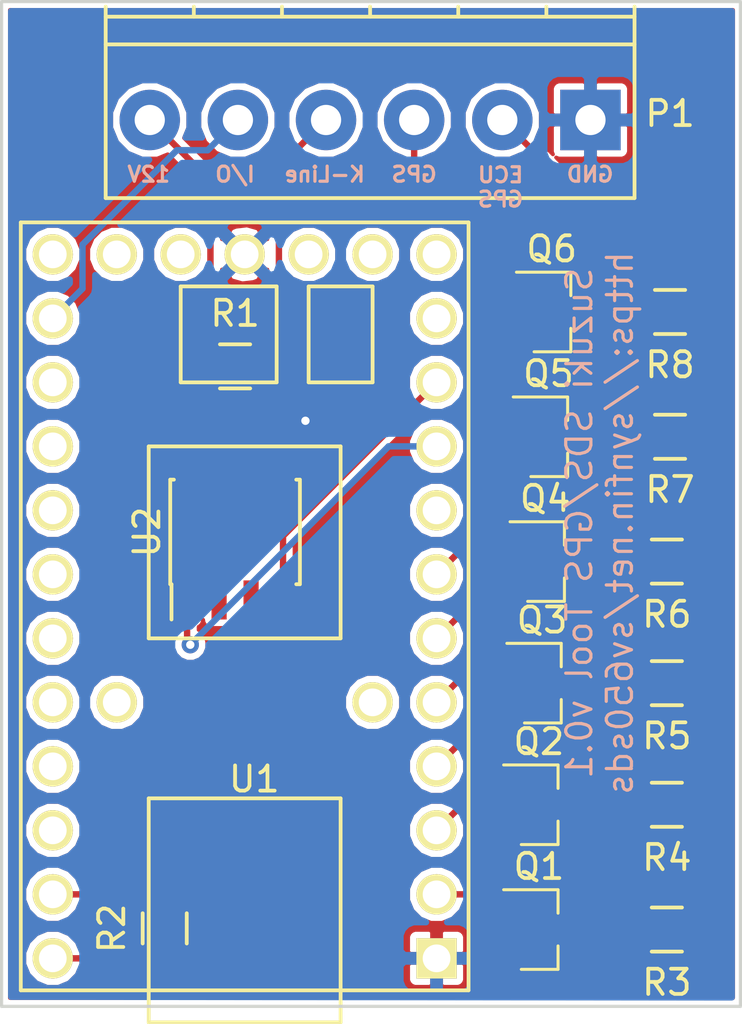
<source format=kicad_pcb>
(kicad_pcb (version 4) (host pcbnew 4.0.5)

  (general
    (links 38)
    (no_connects 0)
    (area 90.741499 81.761999 120.205501 122.884001)
    (thickness 1.6)
    (drawings 11)
    (tracks 88)
    (zones 0)
    (modules 17)
    (nets 41)
  )

  (page USLetter)
  (title_block
    (title "Suzuki SDS/GPS Tool")
    (date 2017-03-14)
    (rev v0.1)
    (company "Aaron Turner <synfinatic@gmail.com>")
    (comment 1 https://synfin.net/sv650sds)
    (comment 2 "Suzuki SDS Diagnostic and Reverse Engineering Tool")
  )

  (layers
    (0 F.Cu signal)
    (31 B.Cu signal)
    (32 B.Adhes user)
    (33 F.Adhes user)
    (34 B.Paste user)
    (35 F.Paste user)
    (36 B.SilkS user)
    (37 F.SilkS user)
    (38 B.Mask user)
    (39 F.Mask user)
    (40 Dwgs.User user)
    (41 Cmts.User user)
    (42 Eco1.User user)
    (43 Eco2.User user)
    (44 Edge.Cuts user)
    (45 Margin user)
    (46 B.CrtYd user)
    (47 F.CrtYd user)
    (48 B.Fab user)
    (49 F.Fab user)
  )

  (setup
    (last_trace_width 0.254)
    (user_trace_width 0.1524)
    (user_trace_width 0.2)
    (user_trace_width 0.25)
    (user_trace_width 0.3)
    (user_trace_width 0.4)
    (user_trace_width 0.5)
    (user_trace_width 0.6)
    (user_trace_width 0.8)
    (user_trace_width 1)
    (user_trace_width 1.2)
    (user_trace_width 1.5)
    (user_trace_width 2)
    (trace_clearance 0.254)
    (zone_clearance 0.1524)
    (zone_45_only no)
    (trace_min 0.1524)
    (segment_width 0.127)
    (edge_width 0.127)
    (via_size 0.6858)
    (via_drill 0.3302)
    (via_min_size 0.6858)
    (via_min_drill 0.3302)
    (uvia_size 0.508)
    (uvia_drill 0.127)
    (uvias_allowed no)
    (uvia_min_size 0.508)
    (uvia_min_drill 0.127)
    (pcb_text_width 0.127)
    (pcb_text_size 0.6 0.6)
    (mod_edge_width 0.127)
    (mod_text_size 0.6 0.6)
    (mod_text_width 0.127)
    (pad_size 1.524 1.524)
    (pad_drill 0.762)
    (pad_to_mask_clearance 0.05)
    (pad_to_paste_clearance -0.04)
    (aux_axis_origin 0 0)
    (visible_elements FFFFFF7F)
    (pcbplotparams
      (layerselection 0x3ffff_80000001)
      (usegerberextensions true)
      (usegerberattributes true)
      (excludeedgelayer true)
      (linewidth 0.127000)
      (plotframeref false)
      (viasonmask false)
      (mode 1)
      (useauxorigin false)
      (hpglpennumber 1)
      (hpglpenspeed 20)
      (hpglpendiameter 15)
      (hpglpenoverlay 2)
      (psnegative false)
      (psa4output false)
      (plotreference true)
      (plotvalue true)
      (plotinvisibletext false)
      (padsonsilk false)
      (subtractmaskfromsilk false)
      (outputformat 1)
      (mirror false)
      (drillshape 0)
      (scaleselection 1)
      (outputdirectory CAM/))
  )

  (net 0 "")
  (net 1 ECU_GPS)
  (net 2 +12V)
  (net 3 GPS)
  (net 4 K_LINE)
  (net 5 OUTPUT)
  (net 6 GND)
  (net 7 Gear1)
  (net 8 "Net-(Q1-Pad3)")
  (net 9 Gear2)
  (net 10 "Net-(Q2-Pad3)")
  (net 11 Gear3)
  (net 12 "Net-(Q3-Pad3)")
  (net 13 Gear4)
  (net 14 "Net-(Q4-Pad3)")
  (net 15 Gear5)
  (net 16 "Net-(Q5-Pad3)")
  (net 17 Gear6)
  (net 18 "Net-(Q6-Pad3)")
  (net 19 +5V)
  (net 20 "Net-(U1-Pad8)")
  (net 21 TTL_K_RX)
  (net 22 TTL_K_TX)
  (net 23 "Net-(U1-Pad11)")
  (net 24 "Net-(U1-Pad12)")
  (net 25 "Net-(U1-Pad13)")
  (net 26 "Net-(U1-Pad14)")
  (net 27 "Net-(U1-Pad16)")
  (net 28 "Net-(U1-Pad17)")
  (net 29 "Net-(U1-Pad18)")
  (net 30 "Net-(U1-Pad20)")
  (net 31 "Net-(U1-Pad21)")
  (net 32 "Net-(U1-Pad22)")
  (net 33 "Net-(U1-Pad23)")
  (net 34 "Net-(U1-Pad24)")
  (net 35 "Net-(U1-Pad25)")
  (net 36 "Net-(U1-Pad27)")
  (net 37 "Net-(U1-Pad30)")
  (net 38 "Net-(U1-Pad31)")
  (net 39 "Net-(U2-Pad2)")
  (net 40 "Net-(U2-Pad8)")

  (net_class Default "Dit is de standaard class."
    (clearance 0.254)
    (trace_width 0.254)
    (via_dia 0.6858)
    (via_drill 0.3302)
    (uvia_dia 0.508)
    (uvia_drill 0.127)
    (add_net +12V)
    (add_net +5V)
    (add_net ECU_GPS)
    (add_net GND)
    (add_net GPS)
    (add_net Gear1)
    (add_net Gear2)
    (add_net Gear3)
    (add_net Gear4)
    (add_net Gear5)
    (add_net Gear6)
    (add_net K_LINE)
    (add_net "Net-(Q1-Pad3)")
    (add_net "Net-(Q2-Pad3)")
    (add_net "Net-(Q3-Pad3)")
    (add_net "Net-(Q4-Pad3)")
    (add_net "Net-(Q5-Pad3)")
    (add_net "Net-(Q6-Pad3)")
    (add_net "Net-(U1-Pad11)")
    (add_net "Net-(U1-Pad12)")
    (add_net "Net-(U1-Pad13)")
    (add_net "Net-(U1-Pad14)")
    (add_net "Net-(U1-Pad16)")
    (add_net "Net-(U1-Pad17)")
    (add_net "Net-(U1-Pad18)")
    (add_net "Net-(U1-Pad20)")
    (add_net "Net-(U1-Pad21)")
    (add_net "Net-(U1-Pad22)")
    (add_net "Net-(U1-Pad23)")
    (add_net "Net-(U1-Pad24)")
    (add_net "Net-(U1-Pad25)")
    (add_net "Net-(U1-Pad27)")
    (add_net "Net-(U1-Pad30)")
    (add_net "Net-(U1-Pad31)")
    (add_net "Net-(U1-Pad8)")
    (add_net "Net-(U2-Pad2)")
    (add_net "Net-(U2-Pad8)")
    (add_net OUTPUT)
    (add_net TTL_K_RX)
    (add_net TTL_K_TX)
  )

  (net_class 0.2mm ""
    (clearance 0.2)
    (trace_width 0.2)
    (via_dia 0.6858)
    (via_drill 0.3302)
    (uvia_dia 0.508)
    (uvia_drill 0.127)
  )

  (net_class Minimal ""
    (clearance 0.1524)
    (trace_width 0.1524)
    (via_dia 0.6858)
    (via_drill 0.3302)
    (uvia_dia 0.508)
    (uvia_drill 0.127)
  )

  (module Connectors_Terminal_Blocks:TerminalBlock_Pheonix_PT-3.5mm_6pol (layer F.Cu) (tedit 0) (tstamp 58C8AC95)
    (at 114.188 86.741 180)
    (descr "6-way 3.5mm pitch terminal block, Phoenix PT series")
    (path /58C8ADB8)
    (fp_text reference P1 (at -3.16 0.254 180) (layer F.SilkS)
      (effects (font (size 1 1) (thickness 0.15)))
    )
    (fp_text value CONN_01X06 (at 9.413 2.921 180) (layer F.Fab)
      (effects (font (size 1 1) (thickness 0.15)))
    )
    (fp_line (start -1.9 -3.3) (end 19.4 -3.3) (layer F.CrtYd) (width 0.05))
    (fp_line (start -1.9 4.7) (end -1.9 -3.3) (layer F.CrtYd) (width 0.05))
    (fp_line (start 19.4 4.7) (end -1.9 4.7) (layer F.CrtYd) (width 0.05))
    (fp_line (start 19.4 -3.3) (end 19.4 4.7) (layer F.CrtYd) (width 0.05))
    (fp_line (start 15.75 4.1) (end 15.75 4.5) (layer F.SilkS) (width 0.15))
    (fp_line (start 12.25 4.1) (end 12.25 4.5) (layer F.SilkS) (width 0.15))
    (fp_line (start 1.75 4.1) (end 1.75 4.5) (layer F.SilkS) (width 0.15))
    (fp_line (start 5.25 4.1) (end 5.25 4.5) (layer F.SilkS) (width 0.15))
    (fp_line (start 8.75 4.1) (end 8.75 4.5) (layer F.SilkS) (width 0.15))
    (fp_line (start -1.75 3) (end 19.25 3) (layer F.SilkS) (width 0.15))
    (fp_line (start -1.75 4.1) (end 19.25 4.1) (layer F.SilkS) (width 0.15))
    (fp_line (start -1.75 -3.1) (end -1.75 4.5) (layer F.SilkS) (width 0.15))
    (fp_line (start 19.25 4.5) (end 19.25 -3.1) (layer F.SilkS) (width 0.15))
    (fp_line (start 19.25 -3.1) (end -1.75 -3.1) (layer F.SilkS) (width 0.15))
    (pad 2 thru_hole circle (at 3.5 0 180) (size 2.4 2.4) (drill 1.2) (layers *.Cu *.Mask)
      (net 1 ECU_GPS))
    (pad 1 thru_hole rect (at 0 0 180) (size 2.4 2.4) (drill 1.2) (layers *.Cu *.Mask)
      (net 6 GND))
    (pad 3 thru_hole circle (at 7 0 180) (size 2.4 2.4) (drill 1.2) (layers *.Cu *.Mask)
      (net 3 GPS))
    (pad 4 thru_hole circle (at 10.5 0 180) (size 2.4 2.4) (drill 1.2) (layers *.Cu *.Mask)
      (net 4 K_LINE))
    (pad 5 thru_hole circle (at 14 0 180) (size 2.4 2.4) (drill 1.2) (layers *.Cu *.Mask)
      (net 5 OUTPUT))
    (pad 6 thru_hole circle (at 17.5 0 180) (size 2.4 2.4) (drill 1.2) (layers *.Cu *.Mask)
      (net 2 +12V))
    (model Terminal_Blocks.3dshapes/TerminalBlock_Pheonix_PT-3.5mm_6pol.wrl
      (at (xyz 0 0 0))
      (scale (xyz 1 1 1))
      (rotate (xyz 0 0 0))
    )
  )

  (module TO_SOT_Packages_SMD:SOT-23 (layer F.Cu) (tedit 583F39EB) (tstamp 58C8AC9C)
    (at 112.141 118.872)
    (descr "SOT-23, Standard")
    (tags SOT-23)
    (path /58C7772F)
    (attr smd)
    (fp_text reference Q1 (at 0 -2.5) (layer F.SilkS)
      (effects (font (size 1 1) (thickness 0.15)))
    )
    (fp_text value MMBT3904 (at 0 2.5) (layer F.Fab)
      (effects (font (size 1 1) (thickness 0.15)))
    )
    (fp_line (start 0.76 1.58) (end 0.76 0.65) (layer F.SilkS) (width 0.12))
    (fp_line (start 0.76 -1.58) (end 0.76 -0.65) (layer F.SilkS) (width 0.12))
    (fp_line (start 0.7 -1.52) (end 0.7 1.52) (layer F.Fab) (width 0.15))
    (fp_line (start -0.7 1.52) (end 0.7 1.52) (layer F.Fab) (width 0.15))
    (fp_line (start -1.7 -1.75) (end 1.7 -1.75) (layer F.CrtYd) (width 0.05))
    (fp_line (start 1.7 -1.75) (end 1.7 1.75) (layer F.CrtYd) (width 0.05))
    (fp_line (start 1.7 1.75) (end -1.7 1.75) (layer F.CrtYd) (width 0.05))
    (fp_line (start -1.7 1.75) (end -1.7 -1.75) (layer F.CrtYd) (width 0.05))
    (fp_line (start 0.76 -1.58) (end -1.4 -1.58) (layer F.SilkS) (width 0.12))
    (fp_line (start -0.7 -1.52) (end 0.7 -1.52) (layer F.Fab) (width 0.15))
    (fp_line (start -0.7 -1.52) (end -0.7 1.52) (layer F.Fab) (width 0.15))
    (fp_line (start 0.76 1.58) (end -0.7 1.58) (layer F.SilkS) (width 0.12))
    (pad 1 smd rect (at -1 -0.95) (size 0.9 0.8) (layers F.Cu F.Paste F.Mask)
      (net 7 Gear1))
    (pad 2 smd rect (at -1 0.95) (size 0.9 0.8) (layers F.Cu F.Paste F.Mask)
      (net 6 GND))
    (pad 3 smd rect (at 1 0) (size 0.9 0.8) (layers F.Cu F.Paste F.Mask)
      (net 8 "Net-(Q1-Pad3)"))
    (model TO_SOT_Packages_SMD.3dshapes/SOT-23.wrl
      (at (xyz 0 0 0))
      (scale (xyz 1 1 1))
      (rotate (xyz 0 0 90))
    )
  )

  (module TO_SOT_Packages_SMD:SOT-23 (layer F.Cu) (tedit 583F39EB) (tstamp 58C8ACA3)
    (at 112.141 113.919)
    (descr "SOT-23, Standard")
    (tags SOT-23)
    (path /58C77773)
    (attr smd)
    (fp_text reference Q2 (at 0 -2.5) (layer F.SilkS)
      (effects (font (size 1 1) (thickness 0.15)))
    )
    (fp_text value MMBT3904 (at 0 2.5) (layer F.Fab)
      (effects (font (size 1 1) (thickness 0.15)))
    )
    (fp_line (start 0.76 1.58) (end 0.76 0.65) (layer F.SilkS) (width 0.12))
    (fp_line (start 0.76 -1.58) (end 0.76 -0.65) (layer F.SilkS) (width 0.12))
    (fp_line (start 0.7 -1.52) (end 0.7 1.52) (layer F.Fab) (width 0.15))
    (fp_line (start -0.7 1.52) (end 0.7 1.52) (layer F.Fab) (width 0.15))
    (fp_line (start -1.7 -1.75) (end 1.7 -1.75) (layer F.CrtYd) (width 0.05))
    (fp_line (start 1.7 -1.75) (end 1.7 1.75) (layer F.CrtYd) (width 0.05))
    (fp_line (start 1.7 1.75) (end -1.7 1.75) (layer F.CrtYd) (width 0.05))
    (fp_line (start -1.7 1.75) (end -1.7 -1.75) (layer F.CrtYd) (width 0.05))
    (fp_line (start 0.76 -1.58) (end -1.4 -1.58) (layer F.SilkS) (width 0.12))
    (fp_line (start -0.7 -1.52) (end 0.7 -1.52) (layer F.Fab) (width 0.15))
    (fp_line (start -0.7 -1.52) (end -0.7 1.52) (layer F.Fab) (width 0.15))
    (fp_line (start 0.76 1.58) (end -0.7 1.58) (layer F.SilkS) (width 0.12))
    (pad 1 smd rect (at -1 -0.95) (size 0.9 0.8) (layers F.Cu F.Paste F.Mask)
      (net 9 Gear2))
    (pad 2 smd rect (at -1 0.95) (size 0.9 0.8) (layers F.Cu F.Paste F.Mask)
      (net 6 GND))
    (pad 3 smd rect (at 1 0) (size 0.9 0.8) (layers F.Cu F.Paste F.Mask)
      (net 10 "Net-(Q2-Pad3)"))
    (model TO_SOT_Packages_SMD.3dshapes/SOT-23.wrl
      (at (xyz 0 0 0))
      (scale (xyz 1 1 1))
      (rotate (xyz 0 0 90))
    )
  )

  (module TO_SOT_Packages_SMD:SOT-23 (layer F.Cu) (tedit 583F39EB) (tstamp 58C8ACAA)
    (at 112.268 109.093)
    (descr "SOT-23, Standard")
    (tags SOT-23)
    (path /58C777A1)
    (attr smd)
    (fp_text reference Q3 (at 0 -2.5) (layer F.SilkS)
      (effects (font (size 1 1) (thickness 0.15)))
    )
    (fp_text value MMBT3904 (at 0 2.5) (layer F.Fab)
      (effects (font (size 1 1) (thickness 0.15)))
    )
    (fp_line (start 0.76 1.58) (end 0.76 0.65) (layer F.SilkS) (width 0.12))
    (fp_line (start 0.76 -1.58) (end 0.76 -0.65) (layer F.SilkS) (width 0.12))
    (fp_line (start 0.7 -1.52) (end 0.7 1.52) (layer F.Fab) (width 0.15))
    (fp_line (start -0.7 1.52) (end 0.7 1.52) (layer F.Fab) (width 0.15))
    (fp_line (start -1.7 -1.75) (end 1.7 -1.75) (layer F.CrtYd) (width 0.05))
    (fp_line (start 1.7 -1.75) (end 1.7 1.75) (layer F.CrtYd) (width 0.05))
    (fp_line (start 1.7 1.75) (end -1.7 1.75) (layer F.CrtYd) (width 0.05))
    (fp_line (start -1.7 1.75) (end -1.7 -1.75) (layer F.CrtYd) (width 0.05))
    (fp_line (start 0.76 -1.58) (end -1.4 -1.58) (layer F.SilkS) (width 0.12))
    (fp_line (start -0.7 -1.52) (end 0.7 -1.52) (layer F.Fab) (width 0.15))
    (fp_line (start -0.7 -1.52) (end -0.7 1.52) (layer F.Fab) (width 0.15))
    (fp_line (start 0.76 1.58) (end -0.7 1.58) (layer F.SilkS) (width 0.12))
    (pad 1 smd rect (at -1 -0.95) (size 0.9 0.8) (layers F.Cu F.Paste F.Mask)
      (net 11 Gear3))
    (pad 2 smd rect (at -1 0.95) (size 0.9 0.8) (layers F.Cu F.Paste F.Mask)
      (net 6 GND))
    (pad 3 smd rect (at 1 0) (size 0.9 0.8) (layers F.Cu F.Paste F.Mask)
      (net 12 "Net-(Q3-Pad3)"))
    (model TO_SOT_Packages_SMD.3dshapes/SOT-23.wrl
      (at (xyz 0 0 0))
      (scale (xyz 1 1 1))
      (rotate (xyz 0 0 90))
    )
  )

  (module TO_SOT_Packages_SMD:SOT-23 (layer F.Cu) (tedit 583F39EB) (tstamp 58C8ACB1)
    (at 112.395 104.267)
    (descr "SOT-23, Standard")
    (tags SOT-23)
    (path /58C777D2)
    (attr smd)
    (fp_text reference Q4 (at 0 -2.5) (layer F.SilkS)
      (effects (font (size 1 1) (thickness 0.15)))
    )
    (fp_text value MMBT3904 (at 0 2.5) (layer F.Fab)
      (effects (font (size 1 1) (thickness 0.15)))
    )
    (fp_line (start 0.76 1.58) (end 0.76 0.65) (layer F.SilkS) (width 0.12))
    (fp_line (start 0.76 -1.58) (end 0.76 -0.65) (layer F.SilkS) (width 0.12))
    (fp_line (start 0.7 -1.52) (end 0.7 1.52) (layer F.Fab) (width 0.15))
    (fp_line (start -0.7 1.52) (end 0.7 1.52) (layer F.Fab) (width 0.15))
    (fp_line (start -1.7 -1.75) (end 1.7 -1.75) (layer F.CrtYd) (width 0.05))
    (fp_line (start 1.7 -1.75) (end 1.7 1.75) (layer F.CrtYd) (width 0.05))
    (fp_line (start 1.7 1.75) (end -1.7 1.75) (layer F.CrtYd) (width 0.05))
    (fp_line (start -1.7 1.75) (end -1.7 -1.75) (layer F.CrtYd) (width 0.05))
    (fp_line (start 0.76 -1.58) (end -1.4 -1.58) (layer F.SilkS) (width 0.12))
    (fp_line (start -0.7 -1.52) (end 0.7 -1.52) (layer F.Fab) (width 0.15))
    (fp_line (start -0.7 -1.52) (end -0.7 1.52) (layer F.Fab) (width 0.15))
    (fp_line (start 0.76 1.58) (end -0.7 1.58) (layer F.SilkS) (width 0.12))
    (pad 1 smd rect (at -1 -0.95) (size 0.9 0.8) (layers F.Cu F.Paste F.Mask)
      (net 13 Gear4))
    (pad 2 smd rect (at -1 0.95) (size 0.9 0.8) (layers F.Cu F.Paste F.Mask)
      (net 6 GND))
    (pad 3 smd rect (at 1 0) (size 0.9 0.8) (layers F.Cu F.Paste F.Mask)
      (net 14 "Net-(Q4-Pad3)"))
    (model TO_SOT_Packages_SMD.3dshapes/SOT-23.wrl
      (at (xyz 0 0 0))
      (scale (xyz 1 1 1))
      (rotate (xyz 0 0 90))
    )
  )

  (module TO_SOT_Packages_SMD:SOT-23 (layer F.Cu) (tedit 583F39EB) (tstamp 58C8ACB8)
    (at 112.522 99.314)
    (descr "SOT-23, Standard")
    (tags SOT-23)
    (path /58C77803)
    (attr smd)
    (fp_text reference Q5 (at 0 -2.5) (layer F.SilkS)
      (effects (font (size 1 1) (thickness 0.15)))
    )
    (fp_text value MMBT3904 (at 0 2.5) (layer F.Fab)
      (effects (font (size 1 1) (thickness 0.15)))
    )
    (fp_line (start 0.76 1.58) (end 0.76 0.65) (layer F.SilkS) (width 0.12))
    (fp_line (start 0.76 -1.58) (end 0.76 -0.65) (layer F.SilkS) (width 0.12))
    (fp_line (start 0.7 -1.52) (end 0.7 1.52) (layer F.Fab) (width 0.15))
    (fp_line (start -0.7 1.52) (end 0.7 1.52) (layer F.Fab) (width 0.15))
    (fp_line (start -1.7 -1.75) (end 1.7 -1.75) (layer F.CrtYd) (width 0.05))
    (fp_line (start 1.7 -1.75) (end 1.7 1.75) (layer F.CrtYd) (width 0.05))
    (fp_line (start 1.7 1.75) (end -1.7 1.75) (layer F.CrtYd) (width 0.05))
    (fp_line (start -1.7 1.75) (end -1.7 -1.75) (layer F.CrtYd) (width 0.05))
    (fp_line (start 0.76 -1.58) (end -1.4 -1.58) (layer F.SilkS) (width 0.12))
    (fp_line (start -0.7 -1.52) (end 0.7 -1.52) (layer F.Fab) (width 0.15))
    (fp_line (start -0.7 -1.52) (end -0.7 1.52) (layer F.Fab) (width 0.15))
    (fp_line (start 0.76 1.58) (end -0.7 1.58) (layer F.SilkS) (width 0.12))
    (pad 1 smd rect (at -1 -0.95) (size 0.9 0.8) (layers F.Cu F.Paste F.Mask)
      (net 15 Gear5))
    (pad 2 smd rect (at -1 0.95) (size 0.9 0.8) (layers F.Cu F.Paste F.Mask)
      (net 6 GND))
    (pad 3 smd rect (at 1 0) (size 0.9 0.8) (layers F.Cu F.Paste F.Mask)
      (net 16 "Net-(Q5-Pad3)"))
    (model TO_SOT_Packages_SMD.3dshapes/SOT-23.wrl
      (at (xyz 0 0 0))
      (scale (xyz 1 1 1))
      (rotate (xyz 0 0 90))
    )
  )

  (module TO_SOT_Packages_SMD:SOT-23 (layer F.Cu) (tedit 583F39EB) (tstamp 58C8ACBF)
    (at 112.649 94.361)
    (descr "SOT-23, Standard")
    (tags SOT-23)
    (path /58C7783D)
    (attr smd)
    (fp_text reference Q6 (at 0 -2.5) (layer F.SilkS)
      (effects (font (size 1 1) (thickness 0.15)))
    )
    (fp_text value MMBT3904 (at 0 2.5) (layer F.Fab)
      (effects (font (size 1 1) (thickness 0.15)))
    )
    (fp_line (start 0.76 1.58) (end 0.76 0.65) (layer F.SilkS) (width 0.12))
    (fp_line (start 0.76 -1.58) (end 0.76 -0.65) (layer F.SilkS) (width 0.12))
    (fp_line (start 0.7 -1.52) (end 0.7 1.52) (layer F.Fab) (width 0.15))
    (fp_line (start -0.7 1.52) (end 0.7 1.52) (layer F.Fab) (width 0.15))
    (fp_line (start -1.7 -1.75) (end 1.7 -1.75) (layer F.CrtYd) (width 0.05))
    (fp_line (start 1.7 -1.75) (end 1.7 1.75) (layer F.CrtYd) (width 0.05))
    (fp_line (start 1.7 1.75) (end -1.7 1.75) (layer F.CrtYd) (width 0.05))
    (fp_line (start -1.7 1.75) (end -1.7 -1.75) (layer F.CrtYd) (width 0.05))
    (fp_line (start 0.76 -1.58) (end -1.4 -1.58) (layer F.SilkS) (width 0.12))
    (fp_line (start -0.7 -1.52) (end 0.7 -1.52) (layer F.Fab) (width 0.15))
    (fp_line (start -0.7 -1.52) (end -0.7 1.52) (layer F.Fab) (width 0.15))
    (fp_line (start 0.76 1.58) (end -0.7 1.58) (layer F.SilkS) (width 0.12))
    (pad 1 smd rect (at -1 -0.95) (size 0.9 0.8) (layers F.Cu F.Paste F.Mask)
      (net 17 Gear6))
    (pad 2 smd rect (at -1 0.95) (size 0.9 0.8) (layers F.Cu F.Paste F.Mask)
      (net 6 GND))
    (pad 3 smd rect (at 1 0) (size 0.9 0.8) (layers F.Cu F.Paste F.Mask)
      (net 18 "Net-(Q6-Pad3)"))
    (model TO_SOT_Packages_SMD.3dshapes/SOT-23.wrl
      (at (xyz 0 0 0))
      (scale (xyz 1 1 1))
      (rotate (xyz 0 0 90))
    )
  )

  (module Resistors_SMD:R_0805_HandSoldering (layer F.Cu) (tedit 58307B90) (tstamp 58C8ACC5)
    (at 100.076 96.52)
    (descr "Resistor SMD 0805, hand soldering")
    (tags "resistor 0805")
    (path /58C78952)
    (attr smd)
    (fp_text reference R1 (at 0 -2.1) (layer F.SilkS)
      (effects (font (size 1 1) (thickness 0.15)))
    )
    (fp_text value 510 (at 0 2.1) (layer F.Fab)
      (effects (font (size 1 1) (thickness 0.15)))
    )
    (fp_line (start -1 0.625) (end -1 -0.625) (layer F.Fab) (width 0.1))
    (fp_line (start 1 0.625) (end -1 0.625) (layer F.Fab) (width 0.1))
    (fp_line (start 1 -0.625) (end 1 0.625) (layer F.Fab) (width 0.1))
    (fp_line (start -1 -0.625) (end 1 -0.625) (layer F.Fab) (width 0.1))
    (fp_line (start -2.4 -1) (end 2.4 -1) (layer F.CrtYd) (width 0.05))
    (fp_line (start -2.4 1) (end 2.4 1) (layer F.CrtYd) (width 0.05))
    (fp_line (start -2.4 -1) (end -2.4 1) (layer F.CrtYd) (width 0.05))
    (fp_line (start 2.4 -1) (end 2.4 1) (layer F.CrtYd) (width 0.05))
    (fp_line (start 0.6 0.875) (end -0.6 0.875) (layer F.SilkS) (width 0.15))
    (fp_line (start -0.6 -0.875) (end 0.6 -0.875) (layer F.SilkS) (width 0.15))
    (pad 1 smd rect (at -1.35 0) (size 1.5 1.3) (layers F.Cu F.Paste F.Mask)
      (net 2 +12V))
    (pad 2 smd rect (at 1.35 0) (size 1.5 1.3) (layers F.Cu F.Paste F.Mask)
      (net 4 K_LINE))
    (model Resistors_SMD.3dshapes/R_0805_HandSoldering.wrl
      (at (xyz 0 0 0))
      (scale (xyz 1 1 1))
      (rotate (xyz 0 0 0))
    )
  )

  (module Resistors_SMD:R_0805_HandSoldering (layer F.Cu) (tedit 58307B90) (tstamp 58C8ACCB)
    (at 97.282 118.825 90)
    (descr "Resistor SMD 0805, hand soldering")
    (tags "resistor 0805")
    (path /58C74DCD)
    (attr smd)
    (fp_text reference R2 (at 0 -2.1 90) (layer F.SilkS)
      (effects (font (size 1 1) (thickness 0.15)))
    )
    (fp_text value 1k (at 0 2.1 90) (layer F.Fab)
      (effects (font (size 1 1) (thickness 0.15)))
    )
    (fp_line (start -1 0.625) (end -1 -0.625) (layer F.Fab) (width 0.1))
    (fp_line (start 1 0.625) (end -1 0.625) (layer F.Fab) (width 0.1))
    (fp_line (start 1 -0.625) (end 1 0.625) (layer F.Fab) (width 0.1))
    (fp_line (start -1 -0.625) (end 1 -0.625) (layer F.Fab) (width 0.1))
    (fp_line (start -2.4 -1) (end 2.4 -1) (layer F.CrtYd) (width 0.05))
    (fp_line (start -2.4 1) (end 2.4 1) (layer F.CrtYd) (width 0.05))
    (fp_line (start -2.4 -1) (end -2.4 1) (layer F.CrtYd) (width 0.05))
    (fp_line (start 2.4 -1) (end 2.4 1) (layer F.CrtYd) (width 0.05))
    (fp_line (start 0.6 0.875) (end -0.6 0.875) (layer F.SilkS) (width 0.15))
    (fp_line (start -0.6 -0.875) (end 0.6 -0.875) (layer F.SilkS) (width 0.15))
    (pad 1 smd rect (at -1.35 0 90) (size 1.5 1.3) (layers F.Cu F.Paste F.Mask)
      (net 19 +5V))
    (pad 2 smd rect (at 1.35 0 90) (size 1.5 1.3) (layers F.Cu F.Paste F.Mask)
      (net 3 GPS))
    (model Resistors_SMD.3dshapes/R_0805_HandSoldering.wrl
      (at (xyz 0 0 0))
      (scale (xyz 1 1 1))
      (rotate (xyz 0 0 0))
    )
  )

  (module Resistors_SMD:R_0805_HandSoldering (layer F.Cu) (tedit 58307B90) (tstamp 58C8ACD1)
    (at 117.221 118.872 180)
    (descr "Resistor SMD 0805, hand soldering")
    (tags "resistor 0805")
    (path /58C74C4A)
    (attr smd)
    (fp_text reference R3 (at 0 -2.1 180) (layer F.SilkS)
      (effects (font (size 1 1) (thickness 0.15)))
    )
    (fp_text value 560 (at 0 2.1 180) (layer F.Fab)
      (effects (font (size 1 1) (thickness 0.15)))
    )
    (fp_line (start -1 0.625) (end -1 -0.625) (layer F.Fab) (width 0.1))
    (fp_line (start 1 0.625) (end -1 0.625) (layer F.Fab) (width 0.1))
    (fp_line (start 1 -0.625) (end 1 0.625) (layer F.Fab) (width 0.1))
    (fp_line (start -1 -0.625) (end 1 -0.625) (layer F.Fab) (width 0.1))
    (fp_line (start -2.4 -1) (end 2.4 -1) (layer F.CrtYd) (width 0.05))
    (fp_line (start -2.4 1) (end 2.4 1) (layer F.CrtYd) (width 0.05))
    (fp_line (start -2.4 -1) (end -2.4 1) (layer F.CrtYd) (width 0.05))
    (fp_line (start 2.4 -1) (end 2.4 1) (layer F.CrtYd) (width 0.05))
    (fp_line (start 0.6 0.875) (end -0.6 0.875) (layer F.SilkS) (width 0.15))
    (fp_line (start -0.6 -0.875) (end 0.6 -0.875) (layer F.SilkS) (width 0.15))
    (pad 1 smd rect (at -1.35 0 180) (size 1.5 1.3) (layers F.Cu F.Paste F.Mask)
      (net 1 ECU_GPS))
    (pad 2 smd rect (at 1.35 0 180) (size 1.5 1.3) (layers F.Cu F.Paste F.Mask)
      (net 8 "Net-(Q1-Pad3)"))
    (model Resistors_SMD.3dshapes/R_0805_HandSoldering.wrl
      (at (xyz 0 0 0))
      (scale (xyz 1 1 1))
      (rotate (xyz 0 0 0))
    )
  )

  (module Resistors_SMD:R_0805_HandSoldering (layer F.Cu) (tedit 58307B90) (tstamp 58C8ACD7)
    (at 117.221 113.919 180)
    (descr "Resistor SMD 0805, hand soldering")
    (tags "resistor 0805")
    (path /58C74C90)
    (attr smd)
    (fp_text reference R4 (at 0 -2.1 180) (layer F.SilkS)
      (effects (font (size 1 1) (thickness 0.15)))
    )
    (fp_text value 630 (at 0 2.1 180) (layer F.Fab)
      (effects (font (size 1 1) (thickness 0.15)))
    )
    (fp_line (start -1 0.625) (end -1 -0.625) (layer F.Fab) (width 0.1))
    (fp_line (start 1 0.625) (end -1 0.625) (layer F.Fab) (width 0.1))
    (fp_line (start 1 -0.625) (end 1 0.625) (layer F.Fab) (width 0.1))
    (fp_line (start -1 -0.625) (end 1 -0.625) (layer F.Fab) (width 0.1))
    (fp_line (start -2.4 -1) (end 2.4 -1) (layer F.CrtYd) (width 0.05))
    (fp_line (start -2.4 1) (end 2.4 1) (layer F.CrtYd) (width 0.05))
    (fp_line (start -2.4 -1) (end -2.4 1) (layer F.CrtYd) (width 0.05))
    (fp_line (start 2.4 -1) (end 2.4 1) (layer F.CrtYd) (width 0.05))
    (fp_line (start 0.6 0.875) (end -0.6 0.875) (layer F.SilkS) (width 0.15))
    (fp_line (start -0.6 -0.875) (end 0.6 -0.875) (layer F.SilkS) (width 0.15))
    (pad 1 smd rect (at -1.35 0 180) (size 1.5 1.3) (layers F.Cu F.Paste F.Mask)
      (net 1 ECU_GPS))
    (pad 2 smd rect (at 1.35 0 180) (size 1.5 1.3) (layers F.Cu F.Paste F.Mask)
      (net 10 "Net-(Q2-Pad3)"))
    (model Resistors_SMD.3dshapes/R_0805_HandSoldering.wrl
      (at (xyz 0 0 0))
      (scale (xyz 1 1 1))
      (rotate (xyz 0 0 0))
    )
  )

  (module Resistors_SMD:R_0805_HandSoldering (layer F.Cu) (tedit 58307B90) (tstamp 58C8ACDD)
    (at 117.221 109.093 180)
    (descr "Resistor SMD 0805, hand soldering")
    (tags "resistor 0805")
    (path /58C74CBB)
    (attr smd)
    (fp_text reference R5 (at 0 -2.1 180) (layer F.SilkS)
      (effects (font (size 1 1) (thickness 0.15)))
    )
    (fp_text value 1.5k (at 0 2.1 180) (layer F.Fab)
      (effects (font (size 1 1) (thickness 0.15)))
    )
    (fp_line (start -1 0.625) (end -1 -0.625) (layer F.Fab) (width 0.1))
    (fp_line (start 1 0.625) (end -1 0.625) (layer F.Fab) (width 0.1))
    (fp_line (start 1 -0.625) (end 1 0.625) (layer F.Fab) (width 0.1))
    (fp_line (start -1 -0.625) (end 1 -0.625) (layer F.Fab) (width 0.1))
    (fp_line (start -2.4 -1) (end 2.4 -1) (layer F.CrtYd) (width 0.05))
    (fp_line (start -2.4 1) (end 2.4 1) (layer F.CrtYd) (width 0.05))
    (fp_line (start -2.4 -1) (end -2.4 1) (layer F.CrtYd) (width 0.05))
    (fp_line (start 2.4 -1) (end 2.4 1) (layer F.CrtYd) (width 0.05))
    (fp_line (start 0.6 0.875) (end -0.6 0.875) (layer F.SilkS) (width 0.15))
    (fp_line (start -0.6 -0.875) (end 0.6 -0.875) (layer F.SilkS) (width 0.15))
    (pad 1 smd rect (at -1.35 0 180) (size 1.5 1.3) (layers F.Cu F.Paste F.Mask)
      (net 1 ECU_GPS))
    (pad 2 smd rect (at 1.35 0 180) (size 1.5 1.3) (layers F.Cu F.Paste F.Mask)
      (net 12 "Net-(Q3-Pad3)"))
    (model Resistors_SMD.3dshapes/R_0805_HandSoldering.wrl
      (at (xyz 0 0 0))
      (scale (xyz 1 1 1))
      (rotate (xyz 0 0 0))
    )
  )

  (module Resistors_SMD:R_0805_HandSoldering (layer F.Cu) (tedit 58307B90) (tstamp 58C8ACE3)
    (at 117.221 104.267 180)
    (descr "Resistor SMD 0805, hand soldering")
    (tags "resistor 0805")
    (path /58C74CE4)
    (attr smd)
    (fp_text reference R6 (at 0 -2.1 180) (layer F.SilkS)
      (effects (font (size 1 1) (thickness 0.15)))
    )
    (fp_text value 2.7k (at 0 2.1 180) (layer F.Fab)
      (effects (font (size 1 1) (thickness 0.15)))
    )
    (fp_line (start -1 0.625) (end -1 -0.625) (layer F.Fab) (width 0.1))
    (fp_line (start 1 0.625) (end -1 0.625) (layer F.Fab) (width 0.1))
    (fp_line (start 1 -0.625) (end 1 0.625) (layer F.Fab) (width 0.1))
    (fp_line (start -1 -0.625) (end 1 -0.625) (layer F.Fab) (width 0.1))
    (fp_line (start -2.4 -1) (end 2.4 -1) (layer F.CrtYd) (width 0.05))
    (fp_line (start -2.4 1) (end 2.4 1) (layer F.CrtYd) (width 0.05))
    (fp_line (start -2.4 -1) (end -2.4 1) (layer F.CrtYd) (width 0.05))
    (fp_line (start 2.4 -1) (end 2.4 1) (layer F.CrtYd) (width 0.05))
    (fp_line (start 0.6 0.875) (end -0.6 0.875) (layer F.SilkS) (width 0.15))
    (fp_line (start -0.6 -0.875) (end 0.6 -0.875) (layer F.SilkS) (width 0.15))
    (pad 1 smd rect (at -1.35 0 180) (size 1.5 1.3) (layers F.Cu F.Paste F.Mask)
      (net 1 ECU_GPS))
    (pad 2 smd rect (at 1.35 0 180) (size 1.5 1.3) (layers F.Cu F.Paste F.Mask)
      (net 14 "Net-(Q4-Pad3)"))
    (model Resistors_SMD.3dshapes/R_0805_HandSoldering.wrl
      (at (xyz 0 0 0))
      (scale (xyz 1 1 1))
      (rotate (xyz 0 0 0))
    )
  )

  (module Resistors_SMD:R_0805_HandSoldering (layer F.Cu) (tedit 58307B90) (tstamp 58C8ACE9)
    (at 117.348 99.314 180)
    (descr "Resistor SMD 0805, hand soldering")
    (tags "resistor 0805")
    (path /58C74D12)
    (attr smd)
    (fp_text reference R7 (at 0 -2.1 180) (layer F.SilkS)
      (effects (font (size 1 1) (thickness 0.15)))
    )
    (fp_text value 6.8k (at 0 2.1 180) (layer F.Fab)
      (effects (font (size 1 1) (thickness 0.15)))
    )
    (fp_line (start -1 0.625) (end -1 -0.625) (layer F.Fab) (width 0.1))
    (fp_line (start 1 0.625) (end -1 0.625) (layer F.Fab) (width 0.1))
    (fp_line (start 1 -0.625) (end 1 0.625) (layer F.Fab) (width 0.1))
    (fp_line (start -1 -0.625) (end 1 -0.625) (layer F.Fab) (width 0.1))
    (fp_line (start -2.4 -1) (end 2.4 -1) (layer F.CrtYd) (width 0.05))
    (fp_line (start -2.4 1) (end 2.4 1) (layer F.CrtYd) (width 0.05))
    (fp_line (start -2.4 -1) (end -2.4 1) (layer F.CrtYd) (width 0.05))
    (fp_line (start 2.4 -1) (end 2.4 1) (layer F.CrtYd) (width 0.05))
    (fp_line (start 0.6 0.875) (end -0.6 0.875) (layer F.SilkS) (width 0.15))
    (fp_line (start -0.6 -0.875) (end 0.6 -0.875) (layer F.SilkS) (width 0.15))
    (pad 1 smd rect (at -1.35 0 180) (size 1.5 1.3) (layers F.Cu F.Paste F.Mask)
      (net 1 ECU_GPS))
    (pad 2 smd rect (at 1.35 0 180) (size 1.5 1.3) (layers F.Cu F.Paste F.Mask)
      (net 16 "Net-(Q5-Pad3)"))
    (model Resistors_SMD.3dshapes/R_0805_HandSoldering.wrl
      (at (xyz 0 0 0))
      (scale (xyz 1 1 1))
      (rotate (xyz 0 0 0))
    )
  )

  (module Resistors_SMD:R_0805_HandSoldering (layer F.Cu) (tedit 58307B90) (tstamp 58C8ACEF)
    (at 117.348 94.361 180)
    (descr "Resistor SMD 0805, hand soldering")
    (tags "resistor 0805")
    (path /58C74D3D)
    (attr smd)
    (fp_text reference R8 (at 0 -2.1 180) (layer F.SilkS)
      (effects (font (size 1 1) (thickness 0.15)))
    )
    (fp_text value 15k (at 0 2.1 180) (layer F.Fab)
      (effects (font (size 1 1) (thickness 0.15)))
    )
    (fp_line (start -1 0.625) (end -1 -0.625) (layer F.Fab) (width 0.1))
    (fp_line (start 1 0.625) (end -1 0.625) (layer F.Fab) (width 0.1))
    (fp_line (start 1 -0.625) (end 1 0.625) (layer F.Fab) (width 0.1))
    (fp_line (start -1 -0.625) (end 1 -0.625) (layer F.Fab) (width 0.1))
    (fp_line (start -2.4 -1) (end 2.4 -1) (layer F.CrtYd) (width 0.05))
    (fp_line (start -2.4 1) (end 2.4 1) (layer F.CrtYd) (width 0.05))
    (fp_line (start -2.4 -1) (end -2.4 1) (layer F.CrtYd) (width 0.05))
    (fp_line (start 2.4 -1) (end 2.4 1) (layer F.CrtYd) (width 0.05))
    (fp_line (start 0.6 0.875) (end -0.6 0.875) (layer F.SilkS) (width 0.15))
    (fp_line (start -0.6 -0.875) (end 0.6 -0.875) (layer F.SilkS) (width 0.15))
    (pad 1 smd rect (at -1.35 0 180) (size 1.5 1.3) (layers F.Cu F.Paste F.Mask)
      (net 1 ECU_GPS))
    (pad 2 smd rect (at 1.35 0 180) (size 1.5 1.3) (layers F.Cu F.Paste F.Mask)
      (net 18 "Net-(Q6-Pad3)"))
    (model Resistors_SMD.3dshapes/R_0805_HandSoldering.wrl
      (at (xyz 0 0 0))
      (scale (xyz 1 1 1))
      (rotate (xyz 0 0 0))
    )
  )

  (module Teensy:Teensy2.0 (layer F.Cu) (tedit 581B9E8B) (tstamp 58C8AD12)
    (at 100.457 106.045 90)
    (descr 11)
    (path /58C779C9)
    (fp_text reference U1 (at -6.858 0.381 180) (layer F.SilkS)
      (effects (font (size 1 1) (thickness 0.15)))
    )
    (fp_text value Teensy2.0 (at 0 10.16 90) (layer F.Fab)
      (effects (font (size 1 1) (thickness 0.15)))
    )
    (fp_line (start 12.7 2.54) (end 8.89 2.54) (layer F.SilkS) (width 0.15))
    (fp_line (start 8.89 2.54) (end 8.89 5.08) (layer F.SilkS) (width 0.15))
    (fp_line (start 8.89 5.08) (end 12.7 5.08) (layer F.SilkS) (width 0.15))
    (fp_line (start 12.7 5.08) (end 12.7 2.54) (layer F.SilkS) (width 0.15))
    (fp_line (start 12.7 -2.54) (end 8.89 -2.54) (layer F.SilkS) (width 0.15))
    (fp_line (start 8.89 -2.54) (end 8.89 0) (layer F.SilkS) (width 0.15))
    (fp_line (start 8.89 0) (end 8.89 1.27) (layer F.SilkS) (width 0.15))
    (fp_line (start 8.89 1.27) (end 12.7 1.27) (layer F.SilkS) (width 0.15))
    (fp_line (start 12.7 1.27) (end 12.7 -2.54) (layer F.SilkS) (width 0.15))
    (fp_line (start -1.27 3.81) (end 6.35 3.81) (layer F.SilkS) (width 0.15))
    (fp_line (start 6.35 3.81) (end 6.35 -3.81) (layer F.SilkS) (width 0.15))
    (fp_line (start 6.35 -3.81) (end -1.27 -3.81) (layer F.SilkS) (width 0.15))
    (fp_line (start -1.27 -3.81) (end -1.27 3.81) (layer F.SilkS) (width 0.15))
    (fp_line (start -7.62 3.81) (end -16.51 3.81) (layer F.SilkS) (width 0.15))
    (fp_line (start -16.51 3.81) (end -16.51 -3.81) (layer F.SilkS) (width 0.15))
    (fp_line (start -16.51 -3.81) (end -7.62 -3.81) (layer F.SilkS) (width 0.15))
    (fp_line (start -7.62 -3.81) (end -7.62 3.81) (layer F.SilkS) (width 0.15))
    (fp_line (start -15.24 -8.89) (end 15.24 -8.89) (layer F.SilkS) (width 0.15))
    (fp_line (start 15.24 -8.89) (end 15.24 8.89) (layer F.SilkS) (width 0.15))
    (fp_line (start 15.24 8.89) (end -15.24 8.89) (layer F.SilkS) (width 0.15))
    (fp_line (start -15.24 8.89) (end -15.24 -8.89) (layer F.SilkS) (width 0.15))
    (pad 15 thru_hole circle (at 13.97 0 90) (size 1.6 1.6) (drill 1.1) (layers *.Cu *.Mask F.SilkS)
      (net 6 GND))
    (pad 1 thru_hole rect (at -13.97 7.62 90) (size 1.6 1.6) (drill 1.1) (layers *.Cu *.Mask F.SilkS)
      (net 6 GND))
    (pad 2 thru_hole circle (at -11.43 7.62 90) (size 1.6 1.6) (drill 1.1) (layers *.Cu *.Mask F.SilkS)
      (net 7 Gear1))
    (pad 3 thru_hole circle (at -8.89 7.62 90) (size 1.6 1.6) (drill 1.1) (layers *.Cu *.Mask F.SilkS)
      (net 9 Gear2))
    (pad 4 thru_hole circle (at -6.35 7.62 90) (size 1.6 1.6) (drill 1.1) (layers *.Cu *.Mask F.SilkS)
      (net 11 Gear3))
    (pad 5 thru_hole circle (at -3.81 7.62 90) (size 1.6 1.6) (drill 1.1) (layers *.Cu *.Mask F.SilkS)
      (net 13 Gear4))
    (pad 6 thru_hole circle (at -1.27 7.62 90) (size 1.6 1.6) (drill 1.1) (layers *.Cu *.Mask F.SilkS)
      (net 15 Gear5))
    (pad 7 thru_hole circle (at 1.27 7.62 90) (size 1.6 1.6) (drill 1.1) (layers *.Cu *.Mask F.SilkS)
      (net 17 Gear6))
    (pad 8 thru_hole circle (at 3.81 7.62 90) (size 1.6 1.6) (drill 1.1) (layers *.Cu *.Mask F.SilkS)
      (net 20 "Net-(U1-Pad8)"))
    (pad 9 thru_hole circle (at 6.35 7.62 90) (size 1.6 1.6) (drill 1.1) (layers *.Cu *.Mask F.SilkS)
      (net 21 TTL_K_RX))
    (pad 10 thru_hole circle (at 8.89 7.62 90) (size 1.6 1.6) (drill 1.1) (layers *.Cu *.Mask F.SilkS)
      (net 22 TTL_K_TX))
    (pad 11 thru_hole circle (at 11.43 7.62 90) (size 1.6 1.6) (drill 1.1) (layers *.Cu *.Mask F.SilkS)
      (net 23 "Net-(U1-Pad11)"))
    (pad 12 thru_hole circle (at 13.97 7.62 90) (size 1.6 1.6) (drill 1.1) (layers *.Cu *.Mask F.SilkS)
      (net 24 "Net-(U1-Pad12)"))
    (pad 13 thru_hole circle (at 13.97 5.08 90) (size 1.6 1.6) (drill 1.1) (layers *.Cu *.Mask F.SilkS)
      (net 25 "Net-(U1-Pad13)"))
    (pad 14 thru_hole circle (at 13.97 2.54 90) (size 1.6 1.6) (drill 1.1) (layers *.Cu *.Mask F.SilkS)
      (net 26 "Net-(U1-Pad14)"))
    (pad 16 thru_hole circle (at 13.97 -2.54 90) (size 1.6 1.6) (drill 1.1) (layers *.Cu *.Mask F.SilkS)
      (net 27 "Net-(U1-Pad16)"))
    (pad 17 thru_hole circle (at 13.97 -5.08 90) (size 1.6 1.6) (drill 1.1) (layers *.Cu *.Mask F.SilkS)
      (net 28 "Net-(U1-Pad17)"))
    (pad 18 thru_hole circle (at 13.97 -7.62 90) (size 1.6 1.6) (drill 1.1) (layers *.Cu *.Mask F.SilkS)
      (net 29 "Net-(U1-Pad18)"))
    (pad 19 thru_hole circle (at 11.43 -7.62 90) (size 1.6 1.6) (drill 1.1) (layers *.Cu *.Mask F.SilkS)
      (net 5 OUTPUT))
    (pad 20 thru_hole circle (at 8.89 -7.62 90) (size 1.6 1.6) (drill 1.1) (layers *.Cu *.Mask F.SilkS)
      (net 30 "Net-(U1-Pad20)"))
    (pad 21 thru_hole circle (at 6.35 -7.62 90) (size 1.6 1.6) (drill 1.1) (layers *.Cu *.Mask F.SilkS)
      (net 31 "Net-(U1-Pad21)"))
    (pad 22 thru_hole circle (at 3.81 -7.62 90) (size 1.6 1.6) (drill 1.1) (layers *.Cu *.Mask F.SilkS)
      (net 32 "Net-(U1-Pad22)"))
    (pad 23 thru_hole circle (at 1.27 -7.62 90) (size 1.6 1.6) (drill 1.1) (layers *.Cu *.Mask F.SilkS)
      (net 33 "Net-(U1-Pad23)"))
    (pad 24 thru_hole circle (at -1.27 -7.62 90) (size 1.6 1.6) (drill 1.1) (layers *.Cu *.Mask F.SilkS)
      (net 34 "Net-(U1-Pad24)"))
    (pad 25 thru_hole circle (at -3.81 -7.62 90) (size 1.6 1.6) (drill 1.1) (layers *.Cu *.Mask F.SilkS)
      (net 35 "Net-(U1-Pad25)"))
    (pad 26 thru_hole circle (at -6.35 -7.62 90) (size 1.6 1.6) (drill 1.1) (layers *.Cu *.Mask F.SilkS))
    (pad 27 thru_hole circle (at -8.89 -7.62 90) (size 1.6 1.6) (drill 1.1) (layers *.Cu *.Mask F.SilkS)
      (net 36 "Net-(U1-Pad27)"))
    (pad 28 thru_hole circle (at -11.43 -7.62 90) (size 1.6 1.6) (drill 1.1) (layers *.Cu *.Mask F.SilkS)
      (net 3 GPS))
    (pad 29 thru_hole circle (at -13.97 -7.62 90) (size 1.6 1.6) (drill 1.1) (layers *.Cu *.Mask F.SilkS)
      (net 19 +5V))
    (pad 30 thru_hole circle (at -3.81 5.08 90) (size 1.6 1.6) (drill 1.1) (layers *.Cu *.Mask F.SilkS)
      (net 37 "Net-(U1-Pad30)"))
    (pad 31 thru_hole circle (at -3.81 -5.08 90) (size 1.6 1.6) (drill 1.1) (layers *.Cu *.Mask F.SilkS)
      (net 38 "Net-(U1-Pad31)"))
  )

  (module Housings_SOIC:SOIC-8_3.9x4.9mm_Pitch1.27mm (layer F.Cu) (tedit 54130A77) (tstamp 58C8AD1E)
    (at 100.076 103.091 90)
    (descr "8-Lead Plastic Small Outline (SN) - Narrow, 3.90 mm Body [SOIC] (see Microchip Packaging Specification 00000049BS.pdf)")
    (tags "SOIC 1.27")
    (path /58C74BC4)
    (attr smd)
    (fp_text reference U2 (at 0 -3.5 90) (layer F.SilkS)
      (effects (font (size 1 1) (thickness 0.15)))
    )
    (fp_text value STl9637 (at 0 3.5 90) (layer F.Fab)
      (effects (font (size 1 1) (thickness 0.15)))
    )
    (fp_line (start -0.95 -2.45) (end 1.95 -2.45) (layer F.Fab) (width 0.15))
    (fp_line (start 1.95 -2.45) (end 1.95 2.45) (layer F.Fab) (width 0.15))
    (fp_line (start 1.95 2.45) (end -1.95 2.45) (layer F.Fab) (width 0.15))
    (fp_line (start -1.95 2.45) (end -1.95 -1.45) (layer F.Fab) (width 0.15))
    (fp_line (start -1.95 -1.45) (end -0.95 -2.45) (layer F.Fab) (width 0.15))
    (fp_line (start -3.75 -2.75) (end -3.75 2.75) (layer F.CrtYd) (width 0.05))
    (fp_line (start 3.75 -2.75) (end 3.75 2.75) (layer F.CrtYd) (width 0.05))
    (fp_line (start -3.75 -2.75) (end 3.75 -2.75) (layer F.CrtYd) (width 0.05))
    (fp_line (start -3.75 2.75) (end 3.75 2.75) (layer F.CrtYd) (width 0.05))
    (fp_line (start -2.075 -2.575) (end -2.075 -2.525) (layer F.SilkS) (width 0.15))
    (fp_line (start 2.075 -2.575) (end 2.075 -2.43) (layer F.SilkS) (width 0.15))
    (fp_line (start 2.075 2.575) (end 2.075 2.43) (layer F.SilkS) (width 0.15))
    (fp_line (start -2.075 2.575) (end -2.075 2.43) (layer F.SilkS) (width 0.15))
    (fp_line (start -2.075 -2.575) (end 2.075 -2.575) (layer F.SilkS) (width 0.15))
    (fp_line (start -2.075 2.575) (end 2.075 2.575) (layer F.SilkS) (width 0.15))
    (fp_line (start -2.075 -2.525) (end -3.475 -2.525) (layer F.SilkS) (width 0.15))
    (pad 1 smd rect (at -2.7 -1.905 90) (size 1.55 0.6) (layers F.Cu F.Paste F.Mask)
      (net 21 TTL_K_RX))
    (pad 2 smd rect (at -2.7 -0.635 90) (size 1.55 0.6) (layers F.Cu F.Paste F.Mask)
      (net 39 "Net-(U2-Pad2)"))
    (pad 3 smd rect (at -2.7 0.635 90) (size 1.55 0.6) (layers F.Cu F.Paste F.Mask)
      (net 19 +5V))
    (pad 4 smd rect (at -2.7 1.905 90) (size 1.55 0.6) (layers F.Cu F.Paste F.Mask)
      (net 22 TTL_K_TX))
    (pad 5 smd rect (at 2.7 1.905 90) (size 1.55 0.6) (layers F.Cu F.Paste F.Mask)
      (net 6 GND))
    (pad 6 smd rect (at 2.7 0.635 90) (size 1.55 0.6) (layers F.Cu F.Paste F.Mask)
      (net 4 K_LINE))
    (pad 7 smd rect (at 2.7 -0.635 90) (size 1.55 0.6) (layers F.Cu F.Paste F.Mask)
      (net 2 +12V))
    (pad 8 smd rect (at 2.7 -1.905 90) (size 1.55 0.6) (layers F.Cu F.Paste F.Mask)
      (net 40 "Net-(U2-Pad8)"))
    (model Housings_SOIC.3dshapes/SOIC-8_3.9x4.9mm_Pitch1.27mm.wrl
      (at (xyz 0 0 0))
      (scale (xyz 1 1 1))
      (rotate (xyz 0 0 0))
    )
  )

  (gr_text "Suzuki SDS/GPS Tool v0.1\nhttps://synfin.net/sv650sds" (at 114.554 102.743 90) (layer B.SilkS)
    (effects (font (size 1 1) (thickness 0.127)) (justify mirror))
  )
  (gr_line (start 120.142 82.042) (end 120.142 121.92) (layer Edge.Cuts) (width 0.127))
  (gr_line (start 90.805 82.042) (end 120.142 82.042) (layer Edge.Cuts) (width 0.127))
  (gr_line (start 90.805 121.92) (end 90.805 82.042) (layer Edge.Cuts) (width 0.127))
  (gr_line (start 120.142 121.92) (end 90.805 121.92) (layer Edge.Cuts) (width 0.127))
  (gr_text 12V (at 96.647 88.9) (layer B.SilkS)
    (effects (font (size 0.6 0.6) (thickness 0.127)) (justify mirror))
  )
  (gr_text "ECU\nGPS" (at 110.617 89.408) (layer B.SilkS)
    (effects (font (size 0.6 0.6) (thickness 0.127)) (justify mirror))
  )
  (gr_text GPS (at 107.188 88.9) (layer B.SilkS)
    (effects (font (size 0.6 0.6) (thickness 0.127)) (justify mirror))
  )
  (gr_text K-Line (at 103.632 88.9) (layer B.SilkS)
    (effects (font (size 0.6 0.6) (thickness 0.127)) (justify mirror))
  )
  (gr_text I/O (at 100.076 88.9) (layer B.SilkS)
    (effects (font (size 0.6 0.6) (thickness 0.127)) (justify mirror))
  )
  (gr_text GND (at 114.173 88.9) (layer B.SilkS)
    (effects (font (size 0.6 0.6) (thickness 0.127)) (justify mirror))
  )

  (segment (start 110.688 86.741) (end 118.308 94.361) (width 0.254) (layer F.Cu) (net 1))
  (segment (start 118.308 94.361) (end 118.698 94.361) (width 0.254) (layer F.Cu) (net 1))
  (segment (start 118.571 113.919) (end 118.571 118.872) (width 0.254) (layer F.Cu) (net 1))
  (segment (start 118.571 109.093) (end 118.571 109.997) (width 0.254) (layer F.Cu) (net 1))
  (segment (start 118.571 109.997) (end 118.571 113.919) (width 0.254) (layer F.Cu) (net 1))
  (segment (start 118.571 104.267) (end 118.571 109.093) (width 0.254) (layer F.Cu) (net 1))
  (segment (start 118.698 99.314) (end 118.698 104.14) (width 0.254) (layer F.Cu) (net 1))
  (segment (start 118.698 104.14) (end 118.571 104.267) (width 0.254) (layer F.Cu) (net 1))
  (segment (start 118.698 94.361) (end 118.698 99.314) (width 0.254) (layer F.Cu) (net 1))
  (segment (start 118.598 94.361) (end 118.698 94.361) (width 0.254) (layer F.Cu) (net 1))
  (segment (start 96.688 86.741) (end 99.098001 89.151001) (width 0.254) (layer F.Cu) (net 2))
  (segment (start 99.098001 89.151001) (end 99.098001 95.243999) (width 0.254) (layer F.Cu) (net 2))
  (segment (start 99.098001 95.243999) (end 98.726 95.616) (width 0.254) (layer F.Cu) (net 2))
  (segment (start 98.726 95.616) (end 98.726 96.52) (width 0.254) (layer F.Cu) (net 2))
  (segment (start 99.06 96.186) (end 98.726 96.52) (width 0.254) (layer F.Cu) (net 2))
  (segment (start 99.441 100.391) (end 99.441 97.235) (width 0.254) (layer F.Cu) (net 2))
  (segment (start 99.441 97.235) (end 98.726 96.52) (width 0.254) (layer F.Cu) (net 2))
  (segment (start 107.188 86.741) (end 107.188 88.438056) (width 0.254) (layer F.Cu) (net 3))
  (segment (start 107.188 88.438056) (end 104.178001 91.448055) (width 0.254) (layer F.Cu) (net 3))
  (segment (start 104.178001 91.448055) (end 104.178001 99.954801) (width 0.254) (layer F.Cu) (net 3))
  (segment (start 97.282 116.471) (end 97.282 117.475) (width 0.254) (layer F.Cu) (net 3))
  (segment (start 104.178001 99.954801) (end 99.497803 104.634999) (width 0.254) (layer F.Cu) (net 3))
  (segment (start 99.497803 104.634999) (end 97.566199 104.634999) (width 0.254) (layer F.Cu) (net 3))
  (segment (start 97.566199 104.634999) (end 97.282 104.919198) (width 0.254) (layer F.Cu) (net 3))
  (segment (start 97.282 104.919198) (end 97.282 116.471) (width 0.254) (layer F.Cu) (net 3))
  (segment (start 92.837 117.475) (end 97.282 117.475) (width 0.254) (layer F.Cu) (net 3))
  (segment (start 101.426 96.52) (end 101.426 95.616) (width 0.254) (layer F.Cu) (net 4))
  (segment (start 101.426 95.616) (end 101.815999 95.226001) (width 0.254) (layer F.Cu) (net 4))
  (segment (start 101.815999 95.226001) (end 101.815999 88.613001) (width 0.254) (layer F.Cu) (net 4))
  (segment (start 101.815999 88.613001) (end 102.488001 87.940999) (width 0.254) (layer F.Cu) (net 4))
  (segment (start 102.488001 87.940999) (end 103.688 86.741) (width 0.254) (layer F.Cu) (net 4))
  (segment (start 101.426 96.52) (end 101.426 97.424) (width 0.254) (layer F.Cu) (net 4))
  (segment (start 101.426 97.424) (end 100.711 98.139) (width 0.254) (layer F.Cu) (net 4))
  (segment (start 100.711 98.139) (end 100.711 99.362) (width 0.254) (layer F.Cu) (net 4))
  (segment (start 100.711 99.362) (end 100.711 100.391) (width 0.254) (layer F.Cu) (net 4))
  (segment (start 100.188 86.741) (end 98.988001 87.940999) (width 0.254) (layer B.Cu) (net 5))
  (segment (start 93.636999 93.815001) (end 92.837 94.615) (width 0.254) (layer B.Cu) (net 5))
  (segment (start 98.988001 87.940999) (end 97.763119 87.940999) (width 0.254) (layer B.Cu) (net 5))
  (segment (start 97.763119 87.940999) (end 94.018001 91.686117) (width 0.254) (layer B.Cu) (net 5))
  (segment (start 94.018001 91.686117) (end 94.018001 93.433999) (width 0.254) (layer B.Cu) (net 5))
  (segment (start 94.018001 93.433999) (end 93.636999 93.815001) (width 0.254) (layer B.Cu) (net 5))
  (segment (start 101.981 100.391) (end 101.981 99.568) (width 0.254) (layer F.Cu) (net 6))
  (segment (start 101.981 99.568) (end 102.87 98.679) (width 0.254) (layer F.Cu) (net 6))
  (via (at 102.87 98.679) (size 0.6858) (drill 0.3302) (layers F.Cu B.Cu) (net 6))
  (segment (start 108.077 117.475) (end 110.694 117.475) (width 0.254) (layer F.Cu) (net 7))
  (segment (start 110.694 117.475) (end 111.141 117.922) (width 0.254) (layer F.Cu) (net 7))
  (segment (start 113.141 118.872) (end 115.871 118.872) (width 0.254) (layer F.Cu) (net 8))
  (segment (start 108.077 114.935) (end 110.043 112.969) (width 0.254) (layer F.Cu) (net 9))
  (segment (start 110.043 112.969) (end 111.141 112.969) (width 0.254) (layer F.Cu) (net 9))
  (segment (start 111.091 112.969) (end 111.141 112.969) (width 0.254) (layer F.Cu) (net 9))
  (segment (start 113.141 113.919) (end 113.845 113.919) (width 0.254) (layer F.Cu) (net 10))
  (segment (start 113.845 113.919) (end 115.871 113.919) (width 0.254) (layer F.Cu) (net 10))
  (segment (start 108.077 112.395) (end 109.258001 111.213999) (width 0.254) (layer F.Cu) (net 11))
  (segment (start 109.258001 111.213999) (end 109.258001 110.102999) (width 0.254) (layer F.Cu) (net 11))
  (segment (start 109.258001 110.102999) (end 111.218 108.143) (width 0.254) (layer F.Cu) (net 11))
  (segment (start 111.218 108.143) (end 111.268 108.143) (width 0.254) (layer F.Cu) (net 11))
  (segment (start 113.268 109.093) (end 115.871 109.093) (width 0.254) (layer F.Cu) (net 12))
  (segment (start 108.077 109.855) (end 111.933999 105.998001) (width 0.254) (layer F.Cu) (net 13))
  (segment (start 112.226001 104.098001) (end 111.445 103.317) (width 0.254) (layer F.Cu) (net 13))
  (segment (start 111.933999 105.998001) (end 112.149801 105.998001) (width 0.254) (layer F.Cu) (net 13))
  (segment (start 112.149801 105.998001) (end 112.226001 105.921801) (width 0.254) (layer F.Cu) (net 13))
  (segment (start 112.226001 105.921801) (end 112.226001 104.098001) (width 0.254) (layer F.Cu) (net 13))
  (segment (start 111.445 103.317) (end 111.395 103.317) (width 0.254) (layer F.Cu) (net 13))
  (segment (start 111.345 103.317) (end 111.395 103.317) (width 0.254) (layer F.Cu) (net 13))
  (segment (start 113.395 104.267) (end 115.871 104.267) (width 0.254) (layer F.Cu) (net 14))
  (segment (start 108.077 107.315) (end 110.088084 105.303916) (width 0.254) (layer F.Cu) (net 15))
  (segment (start 110.088084 105.303916) (end 110.088084 99.747916) (width 0.254) (layer F.Cu) (net 15))
  (segment (start 110.088084 99.747916) (end 111.472 98.364) (width 0.254) (layer F.Cu) (net 15))
  (segment (start 111.472 98.364) (end 111.522 98.364) (width 0.254) (layer F.Cu) (net 15))
  (segment (start 113.522 99.314) (end 115.998 99.314) (width 0.254) (layer F.Cu) (net 16))
  (segment (start 108.077 104.775) (end 109.258001 103.593999) (width 0.254) (layer F.Cu) (net 17))
  (segment (start 109.258001 103.593999) (end 109.258001 95.751999) (width 0.254) (layer F.Cu) (net 17))
  (segment (start 111.599 93.411) (end 111.649 93.411) (width 0.254) (layer F.Cu) (net 17))
  (segment (start 109.258001 95.751999) (end 111.599 93.411) (width 0.254) (layer F.Cu) (net 17))
  (segment (start 113.649 94.361) (end 115.998 94.361) (width 0.254) (layer F.Cu) (net 18))
  (segment (start 97.282 120.175) (end 98.186 120.175) (width 0.254) (layer F.Cu) (net 19))
  (segment (start 100.711 106.82) (end 100.711 105.791) (width 0.254) (layer F.Cu) (net 19))
  (segment (start 98.186 120.175) (end 100.711 117.65) (width 0.254) (layer F.Cu) (net 19))
  (segment (start 100.711 117.65) (end 100.711 106.82) (width 0.254) (layer F.Cu) (net 19))
  (segment (start 92.837 120.015) (end 97.122 120.015) (width 0.254) (layer F.Cu) (net 19))
  (segment (start 97.122 120.015) (end 97.282 120.175) (width 0.254) (layer F.Cu) (net 19))
  (segment (start 98.298 107.569) (end 106.172 99.695) (width 0.254) (layer B.Cu) (net 21))
  (segment (start 106.172 99.695) (end 108.077 99.695) (width 0.254) (layer B.Cu) (net 21))
  (segment (start 98.171 105.791) (end 98.171 107.442) (width 0.254) (layer F.Cu) (net 21))
  (segment (start 98.171 107.442) (end 98.298 107.569) (width 0.254) (layer F.Cu) (net 21))
  (via (at 98.298 107.569) (size 0.6858) (drill 0.3302) (layers F.Cu B.Cu) (net 21))
  (segment (start 101.981 105.791) (end 101.981 103.251) (width 0.254) (layer F.Cu) (net 22))
  (segment (start 101.981 103.251) (end 108.077 97.155) (width 0.254) (layer F.Cu) (net 22))

  (zone (net 6) (net_name GND) (layer F.Cu) (tstamp 0) (hatch edge 0.508)
    (connect_pads (clearance 0.1524))
    (min_thickness 0.1524)
    (fill yes (arc_segments 16) (thermal_gap 0.254) (thermal_bridge_width 0.508) (smoothing chamfer))
    (polygon
      (pts
        (xy 91.059 82.296) (xy 120.015 82.296) (xy 120.015 121.666) (xy 91.059 121.666)
      )
    )
    (filled_polygon
      (pts
        (xy 119.8499 121.5898) (xy 91.1352 121.5898) (xy 91.1352 117.698824) (xy 91.706604 117.698824) (xy 91.878304 118.114371)
        (xy 92.195957 118.432578) (xy 92.611203 118.605003) (xy 93.060824 118.605396) (xy 93.476371 118.433696) (xy 93.794578 118.116043)
        (xy 93.870916 117.9322) (xy 96.295331 117.9322) (xy 96.295331 118.225) (xy 96.318356 118.347365) (xy 96.390673 118.459749)
        (xy 96.501017 118.535144) (xy 96.632 118.561669) (xy 97.932 118.561669) (xy 98.054365 118.538644) (xy 98.166749 118.466327)
        (xy 98.242144 118.355983) (xy 98.268669 118.225) (xy 98.268669 116.725) (xy 98.245644 116.602635) (xy 98.173327 116.490251)
        (xy 98.062983 116.414856) (xy 97.932 116.388331) (xy 97.7392 116.388331) (xy 97.7392 107.961963) (xy 97.916222 108.139294)
        (xy 98.163525 108.241983) (xy 98.431301 108.242217) (xy 98.678783 108.139959) (xy 98.868294 107.950778) (xy 98.970983 107.703475)
        (xy 98.971217 107.435699) (xy 98.868959 107.188217) (xy 98.679778 106.998706) (xy 98.6282 106.977289) (xy 98.6282 106.857228)
        (xy 98.705749 106.807327) (xy 98.781144 106.696983) (xy 98.805939 106.574544) (xy 98.827356 106.688365) (xy 98.899673 106.800749)
        (xy 99.010017 106.876144) (xy 99.141 106.902669) (xy 99.741 106.902669) (xy 99.863365 106.879644) (xy 99.975749 106.807327)
        (xy 100.051144 106.696983) (xy 100.075939 106.574544) (xy 100.097356 106.688365) (xy 100.169673 106.800749) (xy 100.2538 106.858231)
        (xy 100.2538 117.460622) (xy 98.268669 119.445753) (xy 98.268669 119.425) (xy 98.245644 119.302635) (xy 98.173327 119.190251)
        (xy 98.062983 119.114856) (xy 97.932 119.088331) (xy 96.632 119.088331) (xy 96.509635 119.111356) (xy 96.397251 119.183673)
        (xy 96.321856 119.294017) (xy 96.295331 119.425) (xy 96.295331 119.5578) (xy 93.870967 119.5578) (xy 93.795696 119.375629)
        (xy 93.478043 119.057422) (xy 93.062797 118.884997) (xy 92.613176 118.884604) (xy 92.197629 119.056304) (xy 91.879422 119.373957)
        (xy 91.706997 119.789203) (xy 91.706604 120.238824) (xy 91.878304 120.654371) (xy 92.195957 120.972578) (xy 92.611203 121.145003)
        (xy 93.060824 121.145396) (xy 93.476371 120.973696) (xy 93.794578 120.656043) (xy 93.870916 120.4722) (xy 96.295331 120.4722)
        (xy 96.295331 120.925) (xy 96.318356 121.047365) (xy 96.390673 121.159749) (xy 96.501017 121.235144) (xy 96.632 121.261669)
        (xy 97.932 121.261669) (xy 98.054365 121.238644) (xy 98.166749 121.166327) (xy 98.242144 121.055983) (xy 98.268669 120.925)
        (xy 98.268669 120.615756) (xy 98.360963 120.597398) (xy 98.509289 120.498289) (xy 98.732228 120.27535) (xy 106.9468 120.27535)
        (xy 106.9468 120.880681) (xy 106.99707 121.002043) (xy 107.089957 121.09493) (xy 107.211319 121.1452) (xy 107.81665 121.1452)
        (xy 107.8992 121.06265) (xy 107.8992 120.1928) (xy 108.2548 120.1928) (xy 108.2548 121.06265) (xy 108.33735 121.1452)
        (xy 108.942681 121.1452) (xy 109.064043 121.09493) (xy 109.15693 121.002043) (xy 109.2072 120.880681) (xy 109.2072 120.27535)
        (xy 109.12465 120.1928) (xy 108.2548 120.1928) (xy 107.8992 120.1928) (xy 107.02935 120.1928) (xy 106.9468 120.27535)
        (xy 98.732228 120.27535) (xy 98.925228 120.08235) (xy 110.3608 120.08235) (xy 110.3608 120.287681) (xy 110.41107 120.409043)
        (xy 110.503957 120.50193) (xy 110.625319 120.5522) (xy 110.88065 120.5522) (xy 110.9632 120.46965) (xy 110.9632 119.9998)
        (xy 111.3188 119.9998) (xy 111.3188 120.46965) (xy 111.40135 120.5522) (xy 111.656681 120.5522) (xy 111.778043 120.50193)
        (xy 111.87093 120.409043) (xy 111.9212 120.287681) (xy 111.9212 120.08235) (xy 111.83865 119.9998) (xy 111.3188 119.9998)
        (xy 110.9632 119.9998) (xy 110.44335 119.9998) (xy 110.3608 120.08235) (xy 98.925228 120.08235) (xy 99.858259 119.149319)
        (xy 106.9468 119.149319) (xy 106.9468 119.75465) (xy 107.02935 119.8372) (xy 107.8992 119.8372) (xy 107.8992 118.96735)
        (xy 108.2548 118.96735) (xy 108.2548 119.8372) (xy 109.12465 119.8372) (xy 109.2072 119.75465) (xy 109.2072 119.356319)
        (xy 110.3608 119.356319) (xy 110.3608 119.56165) (xy 110.44335 119.6442) (xy 110.9632 119.6442) (xy 110.9632 119.17435)
        (xy 111.3188 119.17435) (xy 111.3188 119.6442) (xy 111.83865 119.6442) (xy 111.9212 119.56165) (xy 111.9212 119.356319)
        (xy 111.87093 119.234957) (xy 111.778043 119.14207) (xy 111.656681 119.0918) (xy 111.40135 119.0918) (xy 111.3188 119.17435)
        (xy 110.9632 119.17435) (xy 110.88065 119.0918) (xy 110.625319 119.0918) (xy 110.503957 119.14207) (xy 110.41107 119.234957)
        (xy 110.3608 119.356319) (xy 109.2072 119.356319) (xy 109.2072 119.149319) (xy 109.15693 119.027957) (xy 109.064043 118.93507)
        (xy 108.942681 118.8848) (xy 108.33735 118.8848) (xy 108.2548 118.96735) (xy 107.8992 118.96735) (xy 107.81665 118.8848)
        (xy 107.211319 118.8848) (xy 107.089957 118.93507) (xy 106.99707 119.027957) (xy 106.9468 119.149319) (xy 99.858259 119.149319)
        (xy 101.034289 117.973289) (xy 101.133398 117.824963) (xy 101.158488 117.698824) (xy 106.946604 117.698824) (xy 107.118304 118.114371)
        (xy 107.435957 118.432578) (xy 107.851203 118.605003) (xy 108.300824 118.605396) (xy 108.716371 118.433696) (xy 109.034578 118.116043)
        (xy 109.110916 117.9322) (xy 110.354331 117.9322) (xy 110.354331 118.322) (xy 110.377356 118.444365) (xy 110.449673 118.556749)
        (xy 110.560017 118.632144) (xy 110.691 118.658669) (xy 111.591 118.658669) (xy 111.713365 118.635644) (xy 111.825749 118.563327)
        (xy 111.88815 118.472) (xy 112.354331 118.472) (xy 112.354331 119.272) (xy 112.377356 119.394365) (xy 112.449673 119.506749)
        (xy 112.560017 119.582144) (xy 112.691 119.608669) (xy 113.591 119.608669) (xy 113.713365 119.585644) (xy 113.825749 119.513327)
        (xy 113.901144 119.402983) (xy 113.916086 119.3292) (xy 114.784331 119.3292) (xy 114.784331 119.522) (xy 114.807356 119.644365)
        (xy 114.879673 119.756749) (xy 114.990017 119.832144) (xy 115.121 119.858669) (xy 116.621 119.858669) (xy 116.743365 119.835644)
        (xy 116.855749 119.763327) (xy 116.931144 119.652983) (xy 116.957669 119.522) (xy 116.957669 118.222) (xy 116.934644 118.099635)
        (xy 116.862327 117.987251) (xy 116.751983 117.911856) (xy 116.621 117.885331) (xy 115.121 117.885331) (xy 114.998635 117.908356)
        (xy 114.886251 117.980673) (xy 114.810856 118.091017) (xy 114.784331 118.222) (xy 114.784331 118.4148) (xy 113.916906 118.4148)
        (xy 113.904644 118.349635) (xy 113.832327 118.237251) (xy 113.721983 118.161856) (xy 113.591 118.135331) (xy 112.691 118.135331)
        (xy 112.568635 118.158356) (xy 112.456251 118.230673) (xy 112.380856 118.341017) (xy 112.354331 118.472) (xy 111.88815 118.472)
        (xy 111.901144 118.452983) (xy 111.927669 118.322) (xy 111.927669 117.522) (xy 111.904644 117.399635) (xy 111.832327 117.287251)
        (xy 111.721983 117.211856) (xy 111.591 117.185331) (xy 111.050909 117.185331) (xy 111.017289 117.151711) (xy 110.868963 117.052602)
        (xy 110.694 117.0178) (xy 109.110967 117.0178) (xy 109.035696 116.835629) (xy 108.718043 116.517422) (xy 108.302797 116.344997)
        (xy 107.853176 116.344604) (xy 107.437629 116.516304) (xy 107.119422 116.833957) (xy 106.946997 117.249203) (xy 106.946604 117.698824)
        (xy 101.158488 117.698824) (xy 101.1682 117.65) (xy 101.1682 115.158824) (xy 106.946604 115.158824) (xy 107.118304 115.574371)
        (xy 107.435957 115.892578) (xy 107.851203 116.065003) (xy 108.300824 116.065396) (xy 108.716371 115.893696) (xy 109.034578 115.576043)
        (xy 109.207003 115.160797) (xy 109.20703 115.12935) (xy 110.3608 115.12935) (xy 110.3608 115.334681) (xy 110.41107 115.456043)
        (xy 110.503957 115.54893) (xy 110.625319 115.5992) (xy 110.88065 115.5992) (xy 110.9632 115.51665) (xy 110.9632 115.0468)
        (xy 111.3188 115.0468) (xy 111.3188 115.51665) (xy 111.40135 115.5992) (xy 111.656681 115.5992) (xy 111.778043 115.54893)
        (xy 111.87093 115.456043) (xy 111.9212 115.334681) (xy 111.9212 115.12935) (xy 111.83865 115.0468) (xy 111.3188 115.0468)
        (xy 110.9632 115.0468) (xy 110.44335 115.0468) (xy 110.3608 115.12935) (xy 109.20703 115.12935) (xy 109.207396 114.711176)
        (xy 109.131379 114.527199) (xy 109.255259 114.403319) (xy 110.3608 114.403319) (xy 110.3608 114.60865) (xy 110.44335 114.6912)
        (xy 110.9632 114.6912) (xy 110.9632 114.22135) (xy 111.3188 114.22135) (xy 111.3188 114.6912) (xy 111.83865 114.6912)
        (xy 111.9212 114.60865) (xy 111.9212 114.403319) (xy 111.87093 114.281957) (xy 111.778043 114.18907) (xy 111.656681 114.1388)
        (xy 111.40135 114.1388) (xy 111.3188 114.22135) (xy 110.9632 114.22135) (xy 110.88065 114.1388) (xy 110.625319 114.1388)
        (xy 110.503957 114.18907) (xy 110.41107 114.281957) (xy 110.3608 114.403319) (xy 109.255259 114.403319) (xy 110.232378 113.4262)
        (xy 110.365094 113.4262) (xy 110.377356 113.491365) (xy 110.449673 113.603749) (xy 110.560017 113.679144) (xy 110.691 113.705669)
        (xy 111.591 113.705669) (xy 111.713365 113.682644) (xy 111.825749 113.610327) (xy 111.88815 113.519) (xy 112.354331 113.519)
        (xy 112.354331 114.319) (xy 112.377356 114.441365) (xy 112.449673 114.553749) (xy 112.560017 114.629144) (xy 112.691 114.655669)
        (xy 113.591 114.655669) (xy 113.713365 114.632644) (xy 113.825749 114.560327) (xy 113.901144 114.449983) (xy 113.916086 114.3762)
        (xy 114.784331 114.3762) (xy 114.784331 114.569) (xy 114.807356 114.691365) (xy 114.879673 114.803749) (xy 114.990017 114.879144)
        (xy 115.121 114.905669) (xy 116.621 114.905669) (xy 116.743365 114.882644) (xy 116.855749 114.810327) (xy 116.931144 114.699983)
        (xy 116.957669 114.569) (xy 116.957669 113.269) (xy 116.934644 113.146635) (xy 116.862327 113.034251) (xy 116.751983 112.958856)
        (xy 116.621 112.932331) (xy 115.121 112.932331) (xy 114.998635 112.955356) (xy 114.886251 113.027673) (xy 114.810856 113.138017)
        (xy 114.784331 113.269) (xy 114.784331 113.4618) (xy 113.916906 113.4618) (xy 113.904644 113.396635) (xy 113.832327 113.284251)
        (xy 113.721983 113.208856) (xy 113.591 113.182331) (xy 112.691 113.182331) (xy 112.568635 113.205356) (xy 112.456251 113.277673)
        (xy 112.380856 113.388017) (xy 112.354331 113.519) (xy 111.88815 113.519) (xy 111.901144 113.499983) (xy 111.927669 113.369)
        (xy 111.927669 112.569) (xy 111.904644 112.446635) (xy 111.832327 112.334251) (xy 111.721983 112.258856) (xy 111.591 112.232331)
        (xy 110.691 112.232331) (xy 110.568635 112.255356) (xy 110.456251 112.327673) (xy 110.380856 112.438017) (xy 110.365914 112.5118)
        (xy 110.043 112.5118) (xy 109.868037 112.546602) (xy 109.719711 112.645711) (xy 108.484836 113.880586) (xy 108.302797 113.804997)
        (xy 107.853176 113.804604) (xy 107.437629 113.976304) (xy 107.119422 114.293957) (xy 106.946997 114.709203) (xy 106.946604 115.158824)
        (xy 101.1682 115.158824) (xy 101.1682 110.078824) (xy 104.406604 110.078824) (xy 104.578304 110.494371) (xy 104.895957 110.812578)
        (xy 105.311203 110.985003) (xy 105.760824 110.985396) (xy 106.176371 110.813696) (xy 106.494578 110.496043) (xy 106.667003 110.080797)
        (xy 106.667004 110.078824) (xy 106.946604 110.078824) (xy 107.118304 110.494371) (xy 107.435957 110.812578) (xy 107.851203 110.985003)
        (xy 108.300824 110.985396) (xy 108.716371 110.813696) (xy 108.800801 110.729413) (xy 108.800801 111.024621) (xy 108.484836 111.340586)
        (xy 108.302797 111.264997) (xy 107.853176 111.264604) (xy 107.437629 111.436304) (xy 107.119422 111.753957) (xy 106.946997 112.169203)
        (xy 106.946604 112.618824) (xy 107.118304 113.034371) (xy 107.435957 113.352578) (xy 107.851203 113.525003) (xy 108.300824 113.525396)
        (xy 108.716371 113.353696) (xy 109.034578 113.036043) (xy 109.207003 112.620797) (xy 109.207396 112.171176) (xy 109.131379 111.987199)
        (xy 109.58129 111.537288) (xy 109.680399 111.388962) (xy 109.715201 111.213999) (xy 109.715201 110.30335) (xy 110.4878 110.30335)
        (xy 110.4878 110.508681) (xy 110.53807 110.630043) (xy 110.630957 110.72293) (xy 110.752319 110.7732) (xy 111.00765 110.7732)
        (xy 111.0902 110.69065) (xy 111.0902 110.2208) (xy 111.4458 110.2208) (xy 111.4458 110.69065) (xy 111.52835 110.7732)
        (xy 111.783681 110.7732) (xy 111.905043 110.72293) (xy 111.99793 110.630043) (xy 112.0482 110.508681) (xy 112.0482 110.30335)
        (xy 111.96565 110.2208) (xy 111.4458 110.2208) (xy 111.0902 110.2208) (xy 110.57035 110.2208) (xy 110.4878 110.30335)
        (xy 109.715201 110.30335) (xy 109.715201 110.292377) (xy 110.528488 109.47909) (xy 110.4878 109.577319) (xy 110.4878 109.78265)
        (xy 110.57035 109.8652) (xy 111.0902 109.8652) (xy 111.0902 109.39535) (xy 111.4458 109.39535) (xy 111.4458 109.8652)
        (xy 111.96565 109.8652) (xy 112.0482 109.78265) (xy 112.0482 109.577319) (xy 111.99793 109.455957) (xy 111.905043 109.36307)
        (xy 111.783681 109.3128) (xy 111.52835 109.3128) (xy 111.4458 109.39535) (xy 111.0902 109.39535) (xy 111.00765 109.3128)
        (xy 110.752319 109.3128) (xy 110.65409 109.353488) (xy 111.127909 108.879669) (xy 111.718 108.879669) (xy 111.840365 108.856644)
        (xy 111.952749 108.784327) (xy 112.01515 108.693) (xy 112.481331 108.693) (xy 112.481331 109.493) (xy 112.504356 109.615365)
        (xy 112.576673 109.727749) (xy 112.687017 109.803144) (xy 112.818 109.829669) (xy 113.718 109.829669) (xy 113.840365 109.806644)
        (xy 113.952749 109.734327) (xy 114.028144 109.623983) (xy 114.043086 109.5502) (xy 114.784331 109.5502) (xy 114.784331 109.743)
        (xy 114.807356 109.865365) (xy 114.879673 109.977749) (xy 114.990017 110.053144) (xy 115.121 110.079669) (xy 116.621 110.079669)
        (xy 116.743365 110.056644) (xy 116.855749 109.984327) (xy 116.931144 109.873983) (xy 116.957669 109.743) (xy 116.957669 108.443)
        (xy 116.934644 108.320635) (xy 116.862327 108.208251) (xy 116.751983 108.132856) (xy 116.621 108.106331) (xy 115.121 108.106331)
        (xy 114.998635 108.129356) (xy 114.886251 108.201673) (xy 114.810856 108.312017) (xy 114.784331 108.443) (xy 114.784331 108.6358)
        (xy 114.043906 108.6358) (xy 114.031644 108.570635) (xy 113.959327 108.458251) (xy 113.848983 108.382856) (xy 113.718 108.356331)
        (xy 112.818 108.356331) (xy 112.695635 108.379356) (xy 112.583251 108.451673) (xy 112.507856 108.562017) (xy 112.481331 108.693)
        (xy 112.01515 108.693) (xy 112.028144 108.673983) (xy 112.054669 108.543) (xy 112.054669 107.743) (xy 112.031644 107.620635)
        (xy 111.959327 107.508251) (xy 111.848983 107.432856) (xy 111.718 107.406331) (xy 111.172247 107.406331) (xy 112.123377 106.455201)
        (xy 112.149801 106.455201) (xy 112.324764 106.420399) (xy 112.47309 106.32129) (xy 112.54929 106.24509) (xy 112.648399 106.096764)
        (xy 112.683201 105.921801) (xy 112.683201 104.869935) (xy 112.703673 104.901749) (xy 112.814017 104.977144) (xy 112.945 105.003669)
        (xy 113.845 105.003669) (xy 113.967365 104.980644) (xy 114.079749 104.908327) (xy 114.155144 104.797983) (xy 114.170086 104.7242)
        (xy 114.784331 104.7242) (xy 114.784331 104.917) (xy 114.807356 105.039365) (xy 114.879673 105.151749) (xy 114.990017 105.227144)
        (xy 115.121 105.253669) (xy 116.621 105.253669) (xy 116.743365 105.230644) (xy 116.855749 105.158327) (xy 116.931144 105.047983)
        (xy 116.957669 104.917) (xy 116.957669 103.617) (xy 116.934644 103.494635) (xy 116.862327 103.382251) (xy 116.751983 103.306856)
        (xy 116.621 103.280331) (xy 115.121 103.280331) (xy 114.998635 103.303356) (xy 114.886251 103.375673) (xy 114.810856 103.486017)
        (xy 114.784331 103.617) (xy 114.784331 103.8098) (xy 114.170906 103.8098) (xy 114.158644 103.744635) (xy 114.086327 103.632251)
        (xy 113.975983 103.556856) (xy 113.845 103.530331) (xy 112.945 103.530331) (xy 112.822635 103.553356) (xy 112.710251 103.625673)
        (xy 112.634856 103.736017) (xy 112.608941 103.863986) (xy 112.54929 103.774712) (xy 112.181669 103.407091) (xy 112.181669 102.917)
        (xy 112.158644 102.794635) (xy 112.086327 102.682251) (xy 111.975983 102.606856) (xy 111.845 102.580331) (xy 110.945 102.580331)
        (xy 110.822635 102.603356) (xy 110.710251 102.675673) (xy 110.634856 102.786017) (xy 110.608331 102.917) (xy 110.608331 103.717)
        (xy 110.631356 103.839365) (xy 110.703673 103.951749) (xy 110.814017 104.027144) (xy 110.945 104.053669) (xy 111.535091 104.053669)
        (xy 111.768801 104.287379) (xy 111.768801 104.4868) (xy 111.65535 104.4868) (xy 111.5728 104.56935) (xy 111.5728 105.0392)
        (xy 111.5928 105.0392) (xy 111.5928 105.3948) (xy 111.5728 105.3948) (xy 111.5728 105.4148) (xy 111.2172 105.4148)
        (xy 111.2172 105.3948) (xy 110.69735 105.3948) (xy 110.6148 105.47735) (xy 110.6148 105.682681) (xy 110.66507 105.804043)
        (xy 110.757957 105.89693) (xy 110.879319 105.9472) (xy 111.13465 105.9472) (xy 111.217198 105.864652) (xy 111.217198 105.9472)
        (xy 111.338222 105.9472) (xy 108.484836 108.800586) (xy 108.302797 108.724997) (xy 107.853176 108.724604) (xy 107.437629 108.896304)
        (xy 107.119422 109.213957) (xy 106.946997 109.629203) (xy 106.946604 110.078824) (xy 106.667004 110.078824) (xy 106.667396 109.631176)
        (xy 106.495696 109.215629) (xy 106.178043 108.897422) (xy 105.762797 108.724997) (xy 105.313176 108.724604) (xy 104.897629 108.896304)
        (xy 104.579422 109.213957) (xy 104.406997 109.629203) (xy 104.406604 110.078824) (xy 101.1682 110.078824) (xy 101.1682 106.857228)
        (xy 101.245749 106.807327) (xy 101.321144 106.696983) (xy 101.345939 106.574544) (xy 101.367356 106.688365) (xy 101.439673 106.800749)
        (xy 101.550017 106.876144) (xy 101.681 106.902669) (xy 102.281 106.902669) (xy 102.403365 106.879644) (xy 102.515749 106.807327)
        (xy 102.591144 106.696983) (xy 102.617669 106.566) (xy 102.617669 105.016) (xy 102.594644 104.893635) (xy 102.522327 104.781251)
        (xy 102.4382 104.723769) (xy 102.4382 103.440378) (xy 107.669164 98.209414) (xy 107.851203 98.285003) (xy 108.300824 98.285396)
        (xy 108.716371 98.113696) (xy 108.800801 98.029413) (xy 108.800801 98.820324) (xy 108.718043 98.737422) (xy 108.302797 98.564997)
        (xy 107.853176 98.564604) (xy 107.437629 98.736304) (xy 107.119422 99.053957) (xy 106.946997 99.469203) (xy 106.946604 99.918824)
        (xy 107.118304 100.334371) (xy 107.435957 100.652578) (xy 107.851203 100.825003) (xy 108.300824 100.825396) (xy 108.716371 100.653696)
        (xy 108.800801 100.569413) (xy 108.800801 101.360324) (xy 108.718043 101.277422) (xy 108.302797 101.104997) (xy 107.853176 101.104604)
        (xy 107.437629 101.276304) (xy 107.119422 101.593957) (xy 106.946997 102.009203) (xy 106.946604 102.458824) (xy 107.118304 102.874371)
        (xy 107.435957 103.192578) (xy 107.851203 103.365003) (xy 108.300824 103.365396) (xy 108.716371 103.193696) (xy 108.800801 103.109413)
        (xy 108.800801 103.404621) (xy 108.484836 103.720586) (xy 108.302797 103.644997) (xy 107.853176 103.644604) (xy 107.437629 103.816304)
        (xy 107.119422 104.133957) (xy 106.946997 104.549203) (xy 106.946604 104.998824) (xy 107.118304 105.414371) (xy 107.435957 105.732578)
        (xy 107.851203 105.905003) (xy 108.300824 105.905396) (xy 108.716371 105.733696) (xy 109.034578 105.416043) (xy 109.207003 105.000797)
        (xy 109.207396 104.551176) (xy 109.131379 104.367199) (xy 109.58129 103.917288) (xy 109.630884 103.843066) (xy 109.630884 105.114538)
        (xy 108.484836 106.260586) (xy 108.302797 106.184997) (xy 107.853176 106.184604) (xy 107.437629 106.356304) (xy 107.119422 106.673957)
        (xy 106.946997 107.089203) (xy 106.946604 107.538824) (xy 107.118304 107.954371) (xy 107.435957 108.272578) (xy 107.851203 108.445003)
        (xy 108.300824 108.445396) (xy 108.716371 108.273696) (xy 109.034578 107.956043) (xy 109.207003 107.540797) (xy 109.207396 107.091176)
        (xy 109.131379 106.907199) (xy 110.411373 105.627205) (xy 110.510482 105.478879) (xy 110.513322 105.464601) (xy 110.545284 105.303916)
        (xy 110.545284 104.751319) (xy 110.6148 104.751319) (xy 110.6148 104.95665) (xy 110.69735 105.0392) (xy 111.2172 105.0392)
        (xy 111.2172 104.56935) (xy 111.13465 104.4868) (xy 110.879319 104.4868) (xy 110.757957 104.53707) (xy 110.66507 104.629957)
        (xy 110.6148 104.751319) (xy 110.545284 104.751319) (xy 110.545284 100.52435) (xy 110.7418 100.52435) (xy 110.7418 100.729681)
        (xy 110.79207 100.851043) (xy 110.884957 100.94393) (xy 111.006319 100.9942) (xy 111.26165 100.9942) (xy 111.3442 100.91165)
        (xy 111.3442 100.4418) (xy 111.6998 100.4418) (xy 111.6998 100.91165) (xy 111.78235 100.9942) (xy 112.037681 100.9942)
        (xy 112.159043 100.94393) (xy 112.25193 100.851043) (xy 112.3022 100.729681) (xy 112.3022 100.52435) (xy 112.21965 100.4418)
        (xy 111.6998 100.4418) (xy 111.3442 100.4418) (xy 110.82435 100.4418) (xy 110.7418 100.52435) (xy 110.545284 100.52435)
        (xy 110.545284 99.937294) (xy 110.782488 99.70009) (xy 110.7418 99.798319) (xy 110.7418 100.00365) (xy 110.82435 100.0862)
        (xy 111.3442 100.0862) (xy 111.3442 99.61635) (xy 111.6998 99.61635) (xy 111.6998 100.0862) (xy 112.21965 100.0862)
        (xy 112.3022 100.00365) (xy 112.3022 99.798319) (xy 112.25193 99.676957) (xy 112.159043 99.58407) (xy 112.037681 99.5338)
        (xy 111.78235 99.5338) (xy 111.6998 99.61635) (xy 111.3442 99.61635) (xy 111.26165 99.5338) (xy 111.006319 99.5338)
        (xy 110.90809 99.574488) (xy 111.381909 99.100669) (xy 111.972 99.100669) (xy 112.094365 99.077644) (xy 112.206749 99.005327)
        (xy 112.26915 98.914) (xy 112.735331 98.914) (xy 112.735331 99.714) (xy 112.758356 99.836365) (xy 112.830673 99.948749)
        (xy 112.941017 100.024144) (xy 113.072 100.050669) (xy 113.972 100.050669) (xy 114.094365 100.027644) (xy 114.206749 99.955327)
        (xy 114.282144 99.844983) (xy 114.297086 99.7712) (xy 114.911331 99.7712) (xy 114.911331 99.964) (xy 114.934356 100.086365)
        (xy 115.006673 100.198749) (xy 115.117017 100.274144) (xy 115.248 100.300669) (xy 116.748 100.300669) (xy 116.870365 100.277644)
        (xy 116.982749 100.205327) (xy 117.058144 100.094983) (xy 117.084669 99.964) (xy 117.084669 98.664) (xy 117.061644 98.541635)
        (xy 116.989327 98.429251) (xy 116.878983 98.353856) (xy 116.748 98.327331) (xy 115.248 98.327331) (xy 115.125635 98.350356)
        (xy 115.013251 98.422673) (xy 114.937856 98.533017) (xy 114.911331 98.664) (xy 114.911331 98.8568) (xy 114.297906 98.8568)
        (xy 114.285644 98.791635) (xy 114.213327 98.679251) (xy 114.102983 98.603856) (xy 113.972 98.577331) (xy 113.072 98.577331)
        (xy 112.949635 98.600356) (xy 112.837251 98.672673) (xy 112.761856 98.783017) (xy 112.735331 98.914) (xy 112.26915 98.914)
        (xy 112.282144 98.894983) (xy 112.308669 98.764) (xy 112.308669 97.964) (xy 112.285644 97.841635) (xy 112.213327 97.729251)
        (xy 112.102983 97.653856) (xy 111.972 97.627331) (xy 111.072 97.627331) (xy 110.949635 97.650356) (xy 110.837251 97.722673)
        (xy 110.761856 97.833017) (xy 110.735331 97.964) (xy 110.735331 98.454091) (xy 109.764795 99.424627) (xy 109.715201 99.498849)
        (xy 109.715201 95.941377) (xy 110.085228 95.57135) (xy 110.8688 95.57135) (xy 110.8688 95.776681) (xy 110.91907 95.898043)
        (xy 111.011957 95.99093) (xy 111.133319 96.0412) (xy 111.38865 96.0412) (xy 111.4712 95.95865) (xy 111.4712 95.4888)
        (xy 111.8268 95.4888) (xy 111.8268 95.95865) (xy 111.90935 96.0412) (xy 112.164681 96.0412) (xy 112.286043 95.99093)
        (xy 112.37893 95.898043) (xy 112.4292 95.776681) (xy 112.4292 95.57135) (xy 112.34665 95.4888) (xy 111.8268 95.4888)
        (xy 111.4712 95.4888) (xy 110.95135 95.4888) (xy 110.8688 95.57135) (xy 110.085228 95.57135) (xy 110.909488 94.747091)
        (xy 110.8688 94.845319) (xy 110.8688 95.05065) (xy 110.95135 95.1332) (xy 111.4712 95.1332) (xy 111.4712 94.66335)
        (xy 111.8268 94.66335) (xy 111.8268 95.1332) (xy 112.34665 95.1332) (xy 112.4292 95.05065) (xy 112.4292 94.845319)
        (xy 112.37893 94.723957) (xy 112.286043 94.63107) (xy 112.164681 94.5808) (xy 111.90935 94.5808) (xy 111.8268 94.66335)
        (xy 111.4712 94.66335) (xy 111.38865 94.5808) (xy 111.133319 94.5808) (xy 111.035091 94.621487) (xy 111.50891 94.147669)
        (xy 112.099 94.147669) (xy 112.221365 94.124644) (xy 112.333749 94.052327) (xy 112.409144 93.941983) (xy 112.435669 93.811)
        (xy 112.435669 93.011) (xy 112.412644 92.888635) (xy 112.340327 92.776251) (xy 112.229983 92.700856) (xy 112.099 92.674331)
        (xy 111.199 92.674331) (xy 111.076635 92.697356) (xy 110.964251 92.769673) (xy 110.888856 92.880017) (xy 110.862331 93.011)
        (xy 110.862331 93.50109) (xy 108.934712 95.42871) (xy 108.835603 95.577036) (xy 108.800801 95.751999) (xy 108.800801 96.280324)
        (xy 108.718043 96.197422) (xy 108.302797 96.024997) (xy 107.853176 96.024604) (xy 107.437629 96.196304) (xy 107.119422 96.513957)
        (xy 106.946997 96.929203) (xy 106.946604 97.378824) (xy 107.022621 97.562801) (xy 104.635201 99.950221) (xy 104.635201 94.838824)
        (xy 106.946604 94.838824) (xy 107.118304 95.254371) (xy 107.435957 95.572578) (xy 107.851203 95.745003) (xy 108.300824 95.745396)
        (xy 108.716371 95.573696) (xy 109.034578 95.256043) (xy 109.207003 94.840797) (xy 109.207396 94.391176) (xy 109.035696 93.975629)
        (xy 108.718043 93.657422) (xy 108.302797 93.484997) (xy 107.853176 93.484604) (xy 107.437629 93.656304) (xy 107.119422 93.973957)
        (xy 106.946997 94.389203) (xy 106.946604 94.838824) (xy 104.635201 94.838824) (xy 104.635201 92.771367) (xy 104.895957 93.032578)
        (xy 105.311203 93.205003) (xy 105.760824 93.205396) (xy 106.176371 93.033696) (xy 106.494578 92.716043) (xy 106.667003 92.300797)
        (xy 106.667004 92.298824) (xy 106.946604 92.298824) (xy 107.118304 92.714371) (xy 107.435957 93.032578) (xy 107.851203 93.205003)
        (xy 108.300824 93.205396) (xy 108.716371 93.033696) (xy 109.034578 92.716043) (xy 109.207003 92.300797) (xy 109.207396 91.851176)
        (xy 109.035696 91.435629) (xy 108.718043 91.117422) (xy 108.302797 90.944997) (xy 107.853176 90.944604) (xy 107.437629 91.116304)
        (xy 107.119422 91.433957) (xy 106.946997 91.849203) (xy 106.946604 92.298824) (xy 106.667004 92.298824) (xy 106.667396 91.851176)
        (xy 106.495696 91.435629) (xy 106.178043 91.117422) (xy 105.762797 90.944997) (xy 105.328017 90.944617) (xy 107.511289 88.761346)
        (xy 107.610398 88.613019) (xy 107.610402 88.613001) (xy 107.6452 88.438056) (xy 107.6452 88.207767) (xy 108.053656 88.038997)
        (xy 108.484484 87.60892) (xy 108.717933 87.046711) (xy 108.717935 87.04404) (xy 109.157535 87.04404) (xy 109.390003 87.606656)
        (xy 109.82008 88.037484) (xy 110.382289 88.270933) (xy 110.99104 88.271465) (xy 111.402058 88.101636) (xy 116.674753 93.374331)
        (xy 115.248 93.374331) (xy 115.125635 93.397356) (xy 115.013251 93.469673) (xy 114.937856 93.580017) (xy 114.911331 93.711)
        (xy 114.911331 93.9038) (xy 114.424906 93.9038) (xy 114.412644 93.838635) (xy 114.340327 93.726251) (xy 114.229983 93.650856)
        (xy 114.099 93.624331) (xy 113.199 93.624331) (xy 113.076635 93.647356) (xy 112.964251 93.719673) (xy 112.888856 93.830017)
        (xy 112.862331 93.961) (xy 112.862331 94.761) (xy 112.885356 94.883365) (xy 112.957673 94.995749) (xy 113.068017 95.071144)
        (xy 113.199 95.097669) (xy 114.099 95.097669) (xy 114.221365 95.074644) (xy 114.333749 95.002327) (xy 114.409144 94.891983)
        (xy 114.424086 94.8182) (xy 114.911331 94.8182) (xy 114.911331 95.011) (xy 114.934356 95.133365) (xy 115.006673 95.245749)
        (xy 115.117017 95.321144) (xy 115.248 95.347669) (xy 116.748 95.347669) (xy 116.870365 95.324644) (xy 116.982749 95.252327)
        (xy 117.058144 95.141983) (xy 117.084669 95.011) (xy 117.084669 93.784247) (xy 117.611331 94.310909) (xy 117.611331 95.011)
        (xy 117.634356 95.133365) (xy 117.706673 95.245749) (xy 117.817017 95.321144) (xy 117.948 95.347669) (xy 118.2408 95.347669)
        (xy 118.2408 98.327331) (xy 117.948 98.327331) (xy 117.825635 98.350356) (xy 117.713251 98.422673) (xy 117.637856 98.533017)
        (xy 117.611331 98.664) (xy 117.611331 99.964) (xy 117.634356 100.086365) (xy 117.706673 100.198749) (xy 117.817017 100.274144)
        (xy 117.948 100.300669) (xy 118.2408 100.300669) (xy 118.2408 103.280331) (xy 117.821 103.280331) (xy 117.698635 103.303356)
        (xy 117.586251 103.375673) (xy 117.510856 103.486017) (xy 117.484331 103.617) (xy 117.484331 104.917) (xy 117.507356 105.039365)
        (xy 117.579673 105.151749) (xy 117.690017 105.227144) (xy 117.821 105.253669) (xy 118.1138 105.253669) (xy 118.1138 108.106331)
        (xy 117.821 108.106331) (xy 117.698635 108.129356) (xy 117.586251 108.201673) (xy 117.510856 108.312017) (xy 117.484331 108.443)
        (xy 117.484331 109.743) (xy 117.507356 109.865365) (xy 117.579673 109.977749) (xy 117.690017 110.053144) (xy 117.821 110.079669)
        (xy 118.1138 110.079669) (xy 118.1138 112.932331) (xy 117.821 112.932331) (xy 117.698635 112.955356) (xy 117.586251 113.027673)
        (xy 117.510856 113.138017) (xy 117.484331 113.269) (xy 117.484331 114.569) (xy 117.507356 114.691365) (xy 117.579673 114.803749)
        (xy 117.690017 114.879144) (xy 117.821 114.905669) (xy 118.1138 114.905669) (xy 118.1138 117.885331) (xy 117.821 117.885331)
        (xy 117.698635 117.908356) (xy 117.586251 117.980673) (xy 117.510856 118.091017) (xy 117.484331 118.222) (xy 117.484331 119.522)
        (xy 117.507356 119.644365) (xy 117.579673 119.756749) (xy 117.690017 119.832144) (xy 117.821 119.858669) (xy 119.321 119.858669)
        (xy 119.443365 119.835644) (xy 119.555749 119.763327) (xy 119.631144 119.652983) (xy 119.657669 119.522) (xy 119.657669 118.222)
        (xy 119.634644 118.099635) (xy 119.562327 117.987251) (xy 119.451983 117.911856) (xy 119.321 117.885331) (xy 119.0282 117.885331)
        (xy 119.0282 114.905669) (xy 119.321 114.905669) (xy 119.443365 114.882644) (xy 119.555749 114.810327) (xy 119.631144 114.699983)
        (xy 119.657669 114.569) (xy 119.657669 113.269) (xy 119.634644 113.146635) (xy 119.562327 113.034251) (xy 119.451983 112.958856)
        (xy 119.321 112.932331) (xy 119.0282 112.932331) (xy 119.0282 110.079669) (xy 119.321 110.079669) (xy 119.443365 110.056644)
        (xy 119.555749 109.984327) (xy 119.631144 109.873983) (xy 119.657669 109.743) (xy 119.657669 108.443) (xy 119.634644 108.320635)
        (xy 119.562327 108.208251) (xy 119.451983 108.132856) (xy 119.321 108.106331) (xy 119.0282 108.106331) (xy 119.0282 105.253669)
        (xy 119.321 105.253669) (xy 119.443365 105.230644) (xy 119.555749 105.158327) (xy 119.631144 105.047983) (xy 119.657669 104.917)
        (xy 119.657669 103.617) (xy 119.634644 103.494635) (xy 119.562327 103.382251) (xy 119.451983 103.306856) (xy 119.321 103.280331)
        (xy 119.1552 103.280331) (xy 119.1552 100.300669) (xy 119.448 100.300669) (xy 119.570365 100.277644) (xy 119.682749 100.205327)
        (xy 119.758144 100.094983) (xy 119.784669 99.964) (xy 119.784669 98.664) (xy 119.761644 98.541635) (xy 119.689327 98.429251)
        (xy 119.578983 98.353856) (xy 119.448 98.327331) (xy 119.1552 98.327331) (xy 119.1552 95.347669) (xy 119.448 95.347669)
        (xy 119.570365 95.324644) (xy 119.682749 95.252327) (xy 119.758144 95.141983) (xy 119.784669 95.011) (xy 119.784669 93.711)
        (xy 119.761644 93.588635) (xy 119.689327 93.476251) (xy 119.578983 93.400856) (xy 119.448 93.374331) (xy 117.967909 93.374331)
        (xy 112.82409 88.230512) (xy 112.922319 88.2712) (xy 113.92765 88.2712) (xy 114.0102 88.18865) (xy 114.0102 86.9188)
        (xy 114.3658 86.9188) (xy 114.3658 88.18865) (xy 114.44835 88.2712) (xy 115.453681 88.2712) (xy 115.575043 88.22093)
        (xy 115.66793 88.128043) (xy 115.7182 88.006681) (xy 115.7182 87.00135) (xy 115.63565 86.9188) (xy 114.3658 86.9188)
        (xy 114.0102 86.9188) (xy 112.74035 86.9188) (xy 112.6578 87.00135) (xy 112.6578 88.006681) (xy 112.698488 88.10491)
        (xy 112.04845 87.454872) (xy 112.217933 87.046711) (xy 112.218465 86.43796) (xy 111.985997 85.875344) (xy 111.58667 85.475319)
        (xy 112.6578 85.475319) (xy 112.6578 86.48065) (xy 112.74035 86.5632) (xy 114.0102 86.5632) (xy 114.0102 85.29335)
        (xy 114.3658 85.29335) (xy 114.3658 86.5632) (xy 115.63565 86.5632) (xy 115.7182 86.48065) (xy 115.7182 85.475319)
        (xy 115.66793 85.353957) (xy 115.575043 85.26107) (xy 115.453681 85.2108) (xy 114.44835 85.2108) (xy 114.3658 85.29335)
        (xy 114.0102 85.29335) (xy 113.92765 85.2108) (xy 112.922319 85.2108) (xy 112.800957 85.26107) (xy 112.70807 85.353957)
        (xy 112.6578 85.475319) (xy 111.58667 85.475319) (xy 111.55592 85.444516) (xy 110.993711 85.211067) (xy 110.38496 85.210535)
        (xy 109.822344 85.443003) (xy 109.391516 85.87308) (xy 109.158067 86.435289) (xy 109.157535 87.04404) (xy 108.717935 87.04404)
        (xy 108.718465 86.43796) (xy 108.485997 85.875344) (xy 108.05592 85.444516) (xy 107.493711 85.211067) (xy 106.88496 85.210535)
        (xy 106.322344 85.443003) (xy 105.891516 85.87308) (xy 105.658067 86.435289) (xy 105.657535 87.04404) (xy 105.890003 87.606656)
        (xy 106.32008 88.037484) (xy 106.7308 88.208029) (xy 106.7308 88.248677) (xy 103.854712 91.124766) (xy 103.770775 91.250386)
        (xy 103.638043 91.117422) (xy 103.222797 90.944997) (xy 102.773176 90.944604) (xy 102.357629 91.116304) (xy 102.273199 91.200587)
        (xy 102.273199 88.802379) (xy 102.974128 88.10145) (xy 103.382289 88.270933) (xy 103.99104 88.271465) (xy 104.553656 88.038997)
        (xy 104.984484 87.60892) (xy 105.217933 87.046711) (xy 105.218465 86.43796) (xy 104.985997 85.875344) (xy 104.55592 85.444516)
        (xy 103.993711 85.211067) (xy 103.38496 85.210535) (xy 102.822344 85.443003) (xy 102.391516 85.87308) (xy 102.158067 86.435289)
        (xy 102.157535 87.04404) (xy 102.327364 87.455058) (xy 101.49271 88.289712) (xy 101.393601 88.438038) (xy 101.358799 88.613001)
        (xy 101.358799 91.473353) (xy 101.32866 91.454787) (xy 100.708447 92.075) (xy 101.32866 92.695213) (xy 101.358799 92.676647)
        (xy 101.358799 95.036623) (xy 101.102711 95.292711) (xy 101.003602 95.441037) (xy 100.985244 95.533331) (xy 100.676 95.533331)
        (xy 100.553635 95.556356) (xy 100.441251 95.628673) (xy 100.365856 95.739017) (xy 100.339331 95.87) (xy 100.339331 97.17)
        (xy 100.362356 97.292365) (xy 100.434673 97.404749) (xy 100.545017 97.480144) (xy 100.676 97.506669) (xy 100.696753 97.506669)
        (xy 100.387711 97.815711) (xy 100.288602 97.964037) (xy 100.2538 98.139) (xy 100.2538 99.324772) (xy 100.176251 99.374673)
        (xy 100.100856 99.485017) (xy 100.076061 99.607456) (xy 100.054644 99.493635) (xy 99.982327 99.381251) (xy 99.8982 99.323769)
        (xy 99.8982 97.235) (xy 99.863398 97.060037) (xy 99.812669 96.984116) (xy 99.812669 95.87) (xy 99.789644 95.747635)
        (xy 99.717327 95.635251) (xy 99.606983 95.559856) (xy 99.476 95.533331) (xy 99.44398 95.533331) (xy 99.520399 95.418962)
        (xy 99.555201 95.243999) (xy 99.555201 92.94666) (xy 99.836787 92.94666) (xy 99.931624 93.100609) (xy 100.364099 93.223592)
        (xy 100.810718 93.171712) (xy 100.982376 93.100609) (xy 101.077213 92.94666) (xy 100.457 92.326447) (xy 99.836787 92.94666)
        (xy 99.555201 92.94666) (xy 99.555201 92.676647) (xy 99.58534 92.695213) (xy 100.205553 92.075) (xy 99.58534 91.454787)
        (xy 99.555201 91.473353) (xy 99.555201 91.20334) (xy 99.836787 91.20334) (xy 100.457 91.823553) (xy 101.077213 91.20334)
        (xy 100.982376 91.049391) (xy 100.549901 90.926408) (xy 100.103282 90.978288) (xy 99.931624 91.049391) (xy 99.836787 91.20334)
        (xy 99.555201 91.20334) (xy 99.555201 89.151001) (xy 99.520399 88.976038) (xy 99.42129 88.827712) (xy 98.04845 87.454872)
        (xy 98.217933 87.046711) (xy 98.217935 87.04404) (xy 98.657535 87.04404) (xy 98.890003 87.606656) (xy 99.32008 88.037484)
        (xy 99.882289 88.270933) (xy 100.49104 88.271465) (xy 101.053656 88.038997) (xy 101.484484 87.60892) (xy 101.717933 87.046711)
        (xy 101.718465 86.43796) (xy 101.485997 85.875344) (xy 101.05592 85.444516) (xy 100.493711 85.211067) (xy 99.88496 85.210535)
        (xy 99.322344 85.443003) (xy 98.891516 85.87308) (xy 98.658067 86.435289) (xy 98.657535 87.04404) (xy 98.217935 87.04404)
        (xy 98.218465 86.43796) (xy 97.985997 85.875344) (xy 97.55592 85.444516) (xy 96.993711 85.211067) (xy 96.38496 85.210535)
        (xy 95.822344 85.443003) (xy 95.391516 85.87308) (xy 95.158067 86.435289) (xy 95.157535 87.04404) (xy 95.390003 87.606656)
        (xy 95.82008 88.037484) (xy 96.382289 88.270933) (xy 96.99104 88.271465) (xy 97.402058 88.101636) (xy 98.640801 89.340379)
        (xy 98.640801 91.200324) (xy 98.558043 91.117422) (xy 98.142797 90.944997) (xy 97.693176 90.944604) (xy 97.277629 91.116304)
        (xy 96.959422 91.433957) (xy 96.786997 91.849203) (xy 96.786604 92.298824) (xy 96.958304 92.714371) (xy 97.275957 93.032578)
        (xy 97.691203 93.205003) (xy 98.140824 93.205396) (xy 98.556371 93.033696) (xy 98.640801 92.949413) (xy 98.640801 95.054621)
        (xy 98.402711 95.292711) (xy 98.303602 95.441037) (xy 98.285244 95.533331) (xy 97.976 95.533331) (xy 97.853635 95.556356)
        (xy 97.741251 95.628673) (xy 97.665856 95.739017) (xy 97.639331 95.87) (xy 97.639331 97.17) (xy 97.662356 97.292365)
        (xy 97.734673 97.404749) (xy 97.845017 97.480144) (xy 97.976 97.506669) (xy 98.9838 97.506669) (xy 98.9838 99.324772)
        (xy 98.906251 99.374673) (xy 98.830856 99.485017) (xy 98.806061 99.607456) (xy 98.784644 99.493635) (xy 98.712327 99.381251)
        (xy 98.601983 99.305856) (xy 98.471 99.279331) (xy 97.871 99.279331) (xy 97.748635 99.302356) (xy 97.636251 99.374673)
        (xy 97.560856 99.485017) (xy 97.534331 99.616) (xy 97.534331 101.166) (xy 97.557356 101.288365) (xy 97.629673 101.400749)
        (xy 97.740017 101.476144) (xy 97.871 101.502669) (xy 98.471 101.502669) (xy 98.593365 101.479644) (xy 98.705749 101.407327)
        (xy 98.781144 101.296983) (xy 98.805939 101.174544) (xy 98.827356 101.288365) (xy 98.899673 101.400749) (xy 99.010017 101.476144)
        (xy 99.141 101.502669) (xy 99.741 101.502669) (xy 99.863365 101.479644) (xy 99.975749 101.407327) (xy 100.051144 101.296983)
        (xy 100.075939 101.174544) (xy 100.097356 101.288365) (xy 100.169673 101.400749) (xy 100.280017 101.476144) (xy 100.411 101.502669)
        (xy 101.011 101.502669) (xy 101.133365 101.479644) (xy 101.245749 101.407327) (xy 101.321144 101.296983) (xy 101.347669 101.166)
        (xy 101.347669 100.65135) (xy 101.3508 100.65135) (xy 101.3508 101.231681) (xy 101.40107 101.353043) (xy 101.493957 101.44593)
        (xy 101.615319 101.4962) (xy 101.74845 101.4962) (xy 101.831 101.41365) (xy 101.831 100.5688) (xy 101.43335 100.5688)
        (xy 101.3508 100.65135) (xy 101.347669 100.65135) (xy 101.347669 99.616) (xy 101.335311 99.550319) (xy 101.3508 99.550319)
        (xy 101.3508 100.13065) (xy 101.43335 100.2132) (xy 101.831 100.2132) (xy 101.831 99.36835) (xy 102.131 99.36835)
        (xy 102.131 100.2132) (xy 102.52865 100.2132) (xy 102.6112 100.13065) (xy 102.6112 99.550319) (xy 102.56093 99.428957)
        (xy 102.468043 99.33607) (xy 102.346681 99.2858) (xy 102.21355 99.2858) (xy 102.131 99.36835) (xy 101.831 99.36835)
        (xy 101.74845 99.2858) (xy 101.615319 99.2858) (xy 101.493957 99.33607) (xy 101.40107 99.428957) (xy 101.3508 99.550319)
        (xy 101.335311 99.550319) (xy 101.324644 99.493635) (xy 101.252327 99.381251) (xy 101.1682 99.323769) (xy 101.1682 98.328378)
        (xy 101.749289 97.747289) (xy 101.848398 97.598963) (xy 101.866756 97.506669) (xy 102.176 97.506669) (xy 102.298365 97.483644)
        (xy 102.410749 97.411327) (xy 102.486144 97.300983) (xy 102.512669 97.17) (xy 102.512669 95.87) (xy 102.489644 95.747635)
        (xy 102.417327 95.635251) (xy 102.306983 95.559856) (xy 102.176 95.533331) (xy 102.149952 95.533331) (xy 102.238397 95.400964)
        (xy 102.273199 95.226001) (xy 102.273199 92.949676) (xy 102.355957 93.032578) (xy 102.771203 93.205003) (xy 103.220824 93.205396)
        (xy 103.636371 93.033696) (xy 103.720801 92.949413) (xy 103.720801 99.765422) (xy 102.6112 100.875023) (xy 102.6112 100.65135)
        (xy 102.52865 100.5688) (xy 102.131 100.5688) (xy 102.131 101.355223) (xy 99.308425 104.177799) (xy 97.566199 104.177799)
        (xy 97.391236 104.212601) (xy 97.24291 104.31171) (xy 96.958711 104.595909) (xy 96.859602 104.744235) (xy 96.8248 104.919198)
        (xy 96.8248 116.388331) (xy 96.632 116.388331) (xy 96.509635 116.411356) (xy 96.397251 116.483673) (xy 96.321856 116.594017)
        (xy 96.295331 116.725) (xy 96.295331 117.0178) (xy 93.870967 117.0178) (xy 93.795696 116.835629) (xy 93.478043 116.517422)
        (xy 93.062797 116.344997) (xy 92.613176 116.344604) (xy 92.197629 116.516304) (xy 91.879422 116.833957) (xy 91.706997 117.249203)
        (xy 91.706604 117.698824) (xy 91.1352 117.698824) (xy 91.1352 115.158824) (xy 91.706604 115.158824) (xy 91.878304 115.574371)
        (xy 92.195957 115.892578) (xy 92.611203 116.065003) (xy 93.060824 116.065396) (xy 93.476371 115.893696) (xy 93.794578 115.576043)
        (xy 93.967003 115.160797) (xy 93.967396 114.711176) (xy 93.795696 114.295629) (xy 93.478043 113.977422) (xy 93.062797 113.804997)
        (xy 92.613176 113.804604) (xy 92.197629 113.976304) (xy 91.879422 114.293957) (xy 91.706997 114.709203) (xy 91.706604 115.158824)
        (xy 91.1352 115.158824) (xy 91.1352 112.618824) (xy 91.706604 112.618824) (xy 91.878304 113.034371) (xy 92.195957 113.352578)
        (xy 92.611203 113.525003) (xy 93.060824 113.525396) (xy 93.476371 113.353696) (xy 93.794578 113.036043) (xy 93.967003 112.620797)
        (xy 93.967396 112.171176) (xy 93.795696 111.755629) (xy 93.478043 111.437422) (xy 93.062797 111.264997) (xy 92.613176 111.264604)
        (xy 92.197629 111.436304) (xy 91.879422 111.753957) (xy 91.706997 112.169203) (xy 91.706604 112.618824) (xy 91.1352 112.618824)
        (xy 91.1352 110.078824) (xy 91.706604 110.078824) (xy 91.878304 110.494371) (xy 92.195957 110.812578) (xy 92.611203 110.985003)
        (xy 93.060824 110.985396) (xy 93.476371 110.813696) (xy 93.794578 110.496043) (xy 93.967003 110.080797) (xy 93.967004 110.078824)
        (xy 94.246604 110.078824) (xy 94.418304 110.494371) (xy 94.735957 110.812578) (xy 95.151203 110.985003) (xy 95.600824 110.985396)
        (xy 96.016371 110.813696) (xy 96.334578 110.496043) (xy 96.507003 110.080797) (xy 96.507396 109.631176) (xy 96.335696 109.215629)
        (xy 96.018043 108.897422) (xy 95.602797 108.724997) (xy 95.153176 108.724604) (xy 94.737629 108.896304) (xy 94.419422 109.213957)
        (xy 94.246997 109.629203) (xy 94.246604 110.078824) (xy 93.967004 110.078824) (xy 93.967396 109.631176) (xy 93.795696 109.215629)
        (xy 93.478043 108.897422) (xy 93.062797 108.724997) (xy 92.613176 108.724604) (xy 92.197629 108.896304) (xy 91.879422 109.213957)
        (xy 91.706997 109.629203) (xy 91.706604 110.078824) (xy 91.1352 110.078824) (xy 91.1352 107.538824) (xy 91.706604 107.538824)
        (xy 91.878304 107.954371) (xy 92.195957 108.272578) (xy 92.611203 108.445003) (xy 93.060824 108.445396) (xy 93.476371 108.273696)
        (xy 93.794578 107.956043) (xy 93.967003 107.540797) (xy 93.967396 107.091176) (xy 93.795696 106.675629) (xy 93.478043 106.357422)
        (xy 93.062797 106.184997) (xy 92.613176 106.184604) (xy 92.197629 106.356304) (xy 91.879422 106.673957) (xy 91.706997 107.089203)
        (xy 91.706604 107.538824) (xy 91.1352 107.538824) (xy 91.1352 104.998824) (xy 91.706604 104.998824) (xy 91.878304 105.414371)
        (xy 92.195957 105.732578) (xy 92.611203 105.905003) (xy 93.060824 105.905396) (xy 93.476371 105.733696) (xy 93.794578 105.416043)
        (xy 93.967003 105.000797) (xy 93.967396 104.551176) (xy 93.795696 104.135629) (xy 93.478043 103.817422) (xy 93.062797 103.644997)
        (xy 92.613176 103.644604) (xy 92.197629 103.816304) (xy 91.879422 104.133957) (xy 91.706997 104.549203) (xy 91.706604 104.998824)
        (xy 91.1352 104.998824) (xy 91.1352 102.458824) (xy 91.706604 102.458824) (xy 91.878304 102.874371) (xy 92.195957 103.192578)
        (xy 92.611203 103.365003) (xy 93.060824 103.365396) (xy 93.476371 103.193696) (xy 93.794578 102.876043) (xy 93.967003 102.460797)
        (xy 93.967396 102.011176) (xy 93.795696 101.595629) (xy 93.478043 101.277422) (xy 93.062797 101.104997) (xy 92.613176 101.104604)
        (xy 92.197629 101.276304) (xy 91.879422 101.593957) (xy 91.706997 102.009203) (xy 91.706604 102.458824) (xy 91.1352 102.458824)
        (xy 91.1352 99.918824) (xy 91.706604 99.918824) (xy 91.878304 100.334371) (xy 92.195957 100.652578) (xy 92.611203 100.825003)
        (xy 93.060824 100.825396) (xy 93.476371 100.653696) (xy 93.794578 100.336043) (xy 93.967003 99.920797) (xy 93.967396 99.471176)
        (xy 93.795696 99.055629) (xy 93.478043 98.737422) (xy 93.062797 98.564997) (xy 92.613176 98.564604) (xy 92.197629 98.736304)
        (xy 91.879422 99.053957) (xy 91.706997 99.469203) (xy 91.706604 99.918824) (xy 91.1352 99.918824) (xy 91.1352 97.378824)
        (xy 91.706604 97.378824) (xy 91.878304 97.794371) (xy 92.195957 98.112578) (xy 92.611203 98.285003) (xy 93.060824 98.285396)
        (xy 93.476371 98.113696) (xy 93.794578 97.796043) (xy 93.967003 97.380797) (xy 93.967396 96.931176) (xy 93.795696 96.515629)
        (xy 93.478043 96.197422) (xy 93.062797 96.024997) (xy 92.613176 96.024604) (xy 92.197629 96.196304) (xy 91.879422 96.513957)
        (xy 91.706997 96.929203) (xy 91.706604 97.378824) (xy 91.1352 97.378824) (xy 91.1352 94.838824) (xy 91.706604 94.838824)
        (xy 91.878304 95.254371) (xy 92.195957 95.572578) (xy 92.611203 95.745003) (xy 93.060824 95.745396) (xy 93.476371 95.573696)
        (xy 93.794578 95.256043) (xy 93.967003 94.840797) (xy 93.967396 94.391176) (xy 93.795696 93.975629) (xy 93.478043 93.657422)
        (xy 93.062797 93.484997) (xy 92.613176 93.484604) (xy 92.197629 93.656304) (xy 91.879422 93.973957) (xy 91.706997 94.389203)
        (xy 91.706604 94.838824) (xy 91.1352 94.838824) (xy 91.1352 92.298824) (xy 91.706604 92.298824) (xy 91.878304 92.714371)
        (xy 92.195957 93.032578) (xy 92.611203 93.205003) (xy 93.060824 93.205396) (xy 93.476371 93.033696) (xy 93.794578 92.716043)
        (xy 93.967003 92.300797) (xy 93.967004 92.298824) (xy 94.246604 92.298824) (xy 94.418304 92.714371) (xy 94.735957 93.032578)
        (xy 95.151203 93.205003) (xy 95.600824 93.205396) (xy 96.016371 93.033696) (xy 96.334578 92.716043) (xy 96.507003 92.300797)
        (xy 96.507396 91.851176) (xy 96.335696 91.435629) (xy 96.018043 91.117422) (xy 95.602797 90.944997) (xy 95.153176 90.944604)
        (xy 94.737629 91.116304) (xy 94.419422 91.433957) (xy 94.246997 91.849203) (xy 94.246604 92.298824) (xy 93.967004 92.298824)
        (xy 93.967396 91.851176) (xy 93.795696 91.435629) (xy 93.478043 91.117422) (xy 93.062797 90.944997) (xy 92.613176 90.944604)
        (xy 92.197629 91.116304) (xy 91.879422 91.433957) (xy 91.706997 91.849203) (xy 91.706604 92.298824) (xy 91.1352 92.298824)
        (xy 91.1352 82.3722) (xy 119.8499 82.3722)
      )
    )
  )
  (zone (net 6) (net_name GND) (layer B.Cu) (tstamp 58C8B2E2) (hatch edge 0.508)
    (connect_pads (clearance 0.1524))
    (min_thickness 0.254)
    (fill yes (arc_segments 16) (thermal_gap 0.508) (thermal_bridge_width 0.508))
    (polygon
      (pts
        (xy 91.059 82.296) (xy 120.015 82.296) (xy 120.015 121.691321) (xy 91.059 121.666)
      )
    )
    (filled_polygon
      (pts
        (xy 119.7991 121.564132) (xy 91.186 121.539111) (xy 91.186 120.248885) (xy 91.655796 120.248885) (xy 91.835213 120.683109)
        (xy 92.167144 121.015619) (xy 92.601054 121.195794) (xy 93.070885 121.196204) (xy 93.505109 121.016787) (xy 93.837619 120.684856)
        (xy 93.997113 120.30075) (xy 106.642 120.30075) (xy 106.642 120.941309) (xy 106.738673 121.174698) (xy 106.917301 121.353327)
        (xy 107.15069 121.45) (xy 107.79125 121.45) (xy 107.95 121.29125) (xy 107.95 120.142) (xy 108.204 120.142)
        (xy 108.204 121.29125) (xy 108.36275 121.45) (xy 109.00331 121.45) (xy 109.236699 121.353327) (xy 109.415327 121.174698)
        (xy 109.512 120.941309) (xy 109.512 120.30075) (xy 109.35325 120.142) (xy 108.204 120.142) (xy 107.95 120.142)
        (xy 106.80075 120.142) (xy 106.642 120.30075) (xy 93.997113 120.30075) (xy 94.017794 120.250946) (xy 94.018204 119.781115)
        (xy 93.838787 119.346891) (xy 93.581037 119.088691) (xy 106.642 119.088691) (xy 106.642 119.72925) (xy 106.80075 119.888)
        (xy 107.95 119.888) (xy 107.95 119.868) (xy 108.204 119.868) (xy 108.204 119.888) (xy 109.35325 119.888)
        (xy 109.512 119.72925) (xy 109.512 119.088691) (xy 109.415327 118.855302) (xy 109.236699 118.676673) (xy 109.00331 118.58)
        (xy 108.495313 118.58) (xy 108.745109 118.476787) (xy 109.077619 118.144856) (xy 109.257794 117.710946) (xy 109.258204 117.241115)
        (xy 109.078787 116.806891) (xy 108.746856 116.474381) (xy 108.312946 116.294206) (xy 107.843115 116.293796) (xy 107.408891 116.473213)
        (xy 107.076381 116.805144) (xy 106.896206 117.239054) (xy 106.895796 117.708885) (xy 107.075213 118.143109) (xy 107.407144 118.475619)
        (xy 107.658522 118.58) (xy 107.15069 118.58) (xy 106.917301 118.676673) (xy 106.738673 118.855302) (xy 106.642 119.088691)
        (xy 93.581037 119.088691) (xy 93.506856 119.014381) (xy 93.072946 118.834206) (xy 92.603115 118.833796) (xy 92.168891 119.013213)
        (xy 91.836381 119.345144) (xy 91.656206 119.779054) (xy 91.655796 120.248885) (xy 91.186 120.248885) (xy 91.186 117.708885)
        (xy 91.655796 117.708885) (xy 91.835213 118.143109) (xy 92.167144 118.475619) (xy 92.601054 118.655794) (xy 93.070885 118.656204)
        (xy 93.505109 118.476787) (xy 93.837619 118.144856) (xy 94.017794 117.710946) (xy 94.018204 117.241115) (xy 93.838787 116.806891)
        (xy 93.506856 116.474381) (xy 93.072946 116.294206) (xy 92.603115 116.293796) (xy 92.168891 116.473213) (xy 91.836381 116.805144)
        (xy 91.656206 117.239054) (xy 91.655796 117.708885) (xy 91.186 117.708885) (xy 91.186 115.168885) (xy 91.655796 115.168885)
        (xy 91.835213 115.603109) (xy 92.167144 115.935619) (xy 92.601054 116.115794) (xy 93.070885 116.116204) (xy 93.505109 115.936787)
        (xy 93.837619 115.604856) (xy 94.017794 115.170946) (xy 94.017795 115.168885) (xy 106.895796 115.168885) (xy 107.075213 115.603109)
        (xy 107.407144 115.935619) (xy 107.841054 116.115794) (xy 108.310885 116.116204) (xy 108.745109 115.936787) (xy 109.077619 115.604856)
        (xy 109.257794 115.170946) (xy 109.258204 114.701115) (xy 109.078787 114.266891) (xy 108.746856 113.934381) (xy 108.312946 113.754206)
        (xy 107.843115 113.753796) (xy 107.408891 113.933213) (xy 107.076381 114.265144) (xy 106.896206 114.699054) (xy 106.895796 115.168885)
        (xy 94.017795 115.168885) (xy 94.018204 114.701115) (xy 93.838787 114.266891) (xy 93.506856 113.934381) (xy 93.072946 113.754206)
        (xy 92.603115 113.753796) (xy 92.168891 113.933213) (xy 91.836381 114.265144) (xy 91.656206 114.699054) (xy 91.655796 115.168885)
        (xy 91.186 115.168885) (xy 91.186 112.628885) (xy 91.655796 112.628885) (xy 91.835213 113.063109) (xy 92.167144 113.395619)
        (xy 92.601054 113.575794) (xy 93.070885 113.576204) (xy 93.505109 113.396787) (xy 93.837619 113.064856) (xy 94.017794 112.630946)
        (xy 94.017795 112.628885) (xy 106.895796 112.628885) (xy 107.075213 113.063109) (xy 107.407144 113.395619) (xy 107.841054 113.575794)
        (xy 108.310885 113.576204) (xy 108.745109 113.396787) (xy 109.077619 113.064856) (xy 109.257794 112.630946) (xy 109.258204 112.161115)
        (xy 109.078787 111.726891) (xy 108.746856 111.394381) (xy 108.312946 111.214206) (xy 107.843115 111.213796) (xy 107.408891 111.393213)
        (xy 107.076381 111.725144) (xy 106.896206 112.159054) (xy 106.895796 112.628885) (xy 94.017795 112.628885) (xy 94.018204 112.161115)
        (xy 93.838787 111.726891) (xy 93.506856 111.394381) (xy 93.072946 111.214206) (xy 92.603115 111.213796) (xy 92.168891 111.393213)
        (xy 91.836381 111.725144) (xy 91.656206 112.159054) (xy 91.655796 112.628885) (xy 91.186 112.628885) (xy 91.186 110.088885)
        (xy 91.655796 110.088885) (xy 91.835213 110.523109) (xy 92.167144 110.855619) (xy 92.601054 111.035794) (xy 93.070885 111.036204)
        (xy 93.505109 110.856787) (xy 93.837619 110.524856) (xy 94.017794 110.090946) (xy 94.017795 110.088885) (xy 94.195796 110.088885)
        (xy 94.375213 110.523109) (xy 94.707144 110.855619) (xy 95.141054 111.035794) (xy 95.610885 111.036204) (xy 96.045109 110.856787)
        (xy 96.377619 110.524856) (xy 96.557794 110.090946) (xy 96.557795 110.088885) (xy 104.355796 110.088885) (xy 104.535213 110.523109)
        (xy 104.867144 110.855619) (xy 105.301054 111.035794) (xy 105.770885 111.036204) (xy 106.205109 110.856787) (xy 106.537619 110.524856)
        (xy 106.717794 110.090946) (xy 106.717795 110.088885) (xy 106.895796 110.088885) (xy 107.075213 110.523109) (xy 107.407144 110.855619)
        (xy 107.841054 111.035794) (xy 108.310885 111.036204) (xy 108.745109 110.856787) (xy 109.077619 110.524856) (xy 109.257794 110.090946)
        (xy 109.258204 109.621115) (xy 109.078787 109.186891) (xy 108.746856 108.854381) (xy 108.312946 108.674206) (xy 107.843115 108.673796)
        (xy 107.408891 108.853213) (xy 107.076381 109.185144) (xy 106.896206 109.619054) (xy 106.895796 110.088885) (xy 106.717795 110.088885)
        (xy 106.718204 109.621115) (xy 106.538787 109.186891) (xy 106.206856 108.854381) (xy 105.772946 108.674206) (xy 105.303115 108.673796)
        (xy 104.868891 108.853213) (xy 104.536381 109.185144) (xy 104.356206 109.619054) (xy 104.355796 110.088885) (xy 96.557795 110.088885)
        (xy 96.558204 109.621115) (xy 96.378787 109.186891) (xy 96.046856 108.854381) (xy 95.612946 108.674206) (xy 95.143115 108.673796)
        (xy 94.708891 108.853213) (xy 94.376381 109.185144) (xy 94.196206 109.619054) (xy 94.195796 110.088885) (xy 94.017795 110.088885)
        (xy 94.018204 109.621115) (xy 93.838787 109.186891) (xy 93.506856 108.854381) (xy 93.072946 108.674206) (xy 92.603115 108.673796)
        (xy 92.168891 108.853213) (xy 91.836381 109.185144) (xy 91.656206 109.619054) (xy 91.655796 110.088885) (xy 91.186 110.088885)
        (xy 91.186 107.548885) (xy 91.655796 107.548885) (xy 91.835213 107.983109) (xy 92.167144 108.315619) (xy 92.601054 108.495794)
        (xy 93.070885 108.496204) (xy 93.505109 108.316787) (xy 93.837619 107.984856) (xy 93.950768 107.712361) (xy 97.573975 107.712361)
        (xy 97.68395 107.978521) (xy 97.887408 108.182335) (xy 98.153376 108.292774) (xy 98.441361 108.293025) (xy 98.707521 108.18305)
        (xy 98.911335 107.979592) (xy 99.021774 107.713624) (xy 99.021905 107.563515) (xy 99.036535 107.548885) (xy 106.895796 107.548885)
        (xy 107.075213 107.983109) (xy 107.407144 108.315619) (xy 107.841054 108.495794) (xy 108.310885 108.496204) (xy 108.745109 108.316787)
        (xy 109.077619 107.984856) (xy 109.257794 107.550946) (xy 109.258204 107.081115) (xy 109.078787 106.646891) (xy 108.746856 106.314381)
        (xy 108.312946 106.134206) (xy 107.843115 106.133796) (xy 107.408891 106.313213) (xy 107.076381 106.645144) (xy 106.896206 107.079054)
        (xy 106.895796 107.548885) (xy 99.036535 107.548885) (xy 101.576535 105.008885) (xy 106.895796 105.008885) (xy 107.075213 105.443109)
        (xy 107.407144 105.775619) (xy 107.841054 105.955794) (xy 108.310885 105.956204) (xy 108.745109 105.776787) (xy 109.077619 105.444856)
        (xy 109.257794 105.010946) (xy 109.258204 104.541115) (xy 109.078787 104.106891) (xy 108.746856 103.774381) (xy 108.312946 103.594206)
        (xy 107.843115 103.593796) (xy 107.408891 103.773213) (xy 107.076381 104.105144) (xy 106.896206 104.539054) (xy 106.895796 105.008885)
        (xy 101.576535 105.008885) (xy 104.116535 102.468885) (xy 106.895796 102.468885) (xy 107.075213 102.903109) (xy 107.407144 103.235619)
        (xy 107.841054 103.415794) (xy 108.310885 103.416204) (xy 108.745109 103.236787) (xy 109.077619 102.904856) (xy 109.257794 102.470946)
        (xy 109.258204 102.001115) (xy 109.078787 101.566891) (xy 108.746856 101.234381) (xy 108.312946 101.054206) (xy 107.843115 101.053796)
        (xy 107.408891 101.233213) (xy 107.076381 101.565144) (xy 106.896206 101.999054) (xy 106.895796 102.468885) (xy 104.116535 102.468885)
        (xy 106.382421 100.203) (xy 107.009058 100.203) (xy 107.075213 100.363109) (xy 107.407144 100.695619) (xy 107.841054 100.875794)
        (xy 108.310885 100.876204) (xy 108.745109 100.696787) (xy 109.077619 100.364856) (xy 109.257794 99.930946) (xy 109.258204 99.461115)
        (xy 109.078787 99.026891) (xy 108.746856 98.694381) (xy 108.312946 98.514206) (xy 107.843115 98.513796) (xy 107.408891 98.693213)
        (xy 107.076381 99.025144) (xy 107.009173 99.187) (xy 106.172 99.187) (xy 105.977597 99.225669) (xy 105.81279 99.335789)
        (xy 98.303475 106.845105) (xy 98.154639 106.844975) (xy 97.888479 106.95495) (xy 97.684665 107.158408) (xy 97.574226 107.424376)
        (xy 97.573975 107.712361) (xy 93.950768 107.712361) (xy 94.017794 107.550946) (xy 94.018204 107.081115) (xy 93.838787 106.646891)
        (xy 93.506856 106.314381) (xy 93.072946 106.134206) (xy 92.603115 106.133796) (xy 92.168891 106.313213) (xy 91.836381 106.645144)
        (xy 91.656206 107.079054) (xy 91.655796 107.548885) (xy 91.186 107.548885) (xy 91.186 105.008885) (xy 91.655796 105.008885)
        (xy 91.835213 105.443109) (xy 92.167144 105.775619) (xy 92.601054 105.955794) (xy 93.070885 105.956204) (xy 93.505109 105.776787)
        (xy 93.837619 105.444856) (xy 94.017794 105.010946) (xy 94.018204 104.541115) (xy 93.838787 104.106891) (xy 93.506856 103.774381)
        (xy 93.072946 103.594206) (xy 92.603115 103.593796) (xy 92.168891 103.773213) (xy 91.836381 104.105144) (xy 91.656206 104.539054)
        (xy 91.655796 105.008885) (xy 91.186 105.008885) (xy 91.186 102.468885) (xy 91.655796 102.468885) (xy 91.835213 102.903109)
        (xy 92.167144 103.235619) (xy 92.601054 103.415794) (xy 93.070885 103.416204) (xy 93.505109 103.236787) (xy 93.837619 102.904856)
        (xy 94.017794 102.470946) (xy 94.018204 102.001115) (xy 93.838787 101.566891) (xy 93.506856 101.234381) (xy 93.072946 101.054206)
        (xy 92.603115 101.053796) (xy 92.168891 101.233213) (xy 91.836381 101.565144) (xy 91.656206 101.999054) (xy 91.655796 102.468885)
        (xy 91.186 102.468885) (xy 91.186 99.928885) (xy 91.655796 99.928885) (xy 91.835213 100.363109) (xy 92.167144 100.695619)
        (xy 92.601054 100.875794) (xy 93.070885 100.876204) (xy 93.505109 100.696787) (xy 93.837619 100.364856) (xy 94.017794 99.930946)
        (xy 94.018204 99.461115) (xy 93.838787 99.026891) (xy 93.506856 98.694381) (xy 93.072946 98.514206) (xy 92.603115 98.513796)
        (xy 92.168891 98.693213) (xy 91.836381 99.025144) (xy 91.656206 99.459054) (xy 91.655796 99.928885) (xy 91.186 99.928885)
        (xy 91.186 97.388885) (xy 91.655796 97.388885) (xy 91.835213 97.823109) (xy 92.167144 98.155619) (xy 92.601054 98.335794)
        (xy 93.070885 98.336204) (xy 93.505109 98.156787) (xy 93.837619 97.824856) (xy 94.017794 97.390946) (xy 94.017795 97.388885)
        (xy 106.895796 97.388885) (xy 107.075213 97.823109) (xy 107.407144 98.155619) (xy 107.841054 98.335794) (xy 108.310885 98.336204)
        (xy 108.745109 98.156787) (xy 109.077619 97.824856) (xy 109.257794 97.390946) (xy 109.258204 96.921115) (xy 109.078787 96.486891)
        (xy 108.746856 96.154381) (xy 108.312946 95.974206) (xy 107.843115 95.973796) (xy 107.408891 96.153213) (xy 107.076381 96.485144)
        (xy 106.896206 96.919054) (xy 106.895796 97.388885) (xy 94.017795 97.388885) (xy 94.018204 96.921115) (xy 93.838787 96.486891)
        (xy 93.506856 96.154381) (xy 93.072946 95.974206) (xy 92.603115 95.973796) (xy 92.168891 96.153213) (xy 91.836381 96.485144)
        (xy 91.656206 96.919054) (xy 91.655796 97.388885) (xy 91.186 97.388885) (xy 91.186 92.308885) (xy 91.655796 92.308885)
        (xy 91.835213 92.743109) (xy 92.167144 93.075619) (xy 92.601054 93.255794) (xy 93.070885 93.256204) (xy 93.505109 93.076787)
        (xy 93.510001 93.071904) (xy 93.510001 93.223579) (xy 93.277791 93.455789) (xy 93.277788 93.455791) (xy 93.232938 93.500641)
        (xy 93.072946 93.434206) (xy 92.603115 93.433796) (xy 92.168891 93.613213) (xy 91.836381 93.945144) (xy 91.656206 94.379054)
        (xy 91.655796 94.848885) (xy 91.835213 95.283109) (xy 92.167144 95.615619) (xy 92.601054 95.795794) (xy 93.070885 95.796204)
        (xy 93.505109 95.616787) (xy 93.837619 95.284856) (xy 94.017794 94.850946) (xy 94.017795 94.848885) (xy 106.895796 94.848885)
        (xy 107.075213 95.283109) (xy 107.407144 95.615619) (xy 107.841054 95.795794) (xy 108.310885 95.796204) (xy 108.745109 95.616787)
        (xy 109.077619 95.284856) (xy 109.257794 94.850946) (xy 109.258204 94.381115) (xy 109.078787 93.946891) (xy 108.746856 93.614381)
        (xy 108.312946 93.434206) (xy 107.843115 93.433796) (xy 107.408891 93.613213) (xy 107.076381 93.945144) (xy 106.896206 94.379054)
        (xy 106.895796 94.848885) (xy 94.017795 94.848885) (xy 94.018204 94.381115) (xy 93.951279 94.219142) (xy 93.996209 94.174212)
        (xy 93.996211 94.174209) (xy 94.377211 93.793209) (xy 94.487332 93.628403) (xy 94.526001 93.433999) (xy 94.526001 92.89416)
        (xy 94.707144 93.075619) (xy 95.141054 93.255794) (xy 95.610885 93.256204) (xy 96.045109 93.076787) (xy 96.377619 92.744856)
        (xy 96.557794 92.310946) (xy 96.557795 92.308885) (xy 96.735796 92.308885) (xy 96.915213 92.743109) (xy 97.247144 93.075619)
        (xy 97.681054 93.255794) (xy 98.150885 93.256204) (xy 98.570689 93.082745) (xy 99.628861 93.082745) (xy 99.702995 93.328864)
        (xy 100.240223 93.521965) (xy 100.810454 93.494778) (xy 101.211005 93.328864) (xy 101.285139 93.082745) (xy 100.457 92.254605)
        (xy 99.628861 93.082745) (xy 98.570689 93.082745) (xy 98.585109 93.076787) (xy 98.917619 92.744856) (xy 99.043104 92.442654)
        (xy 99.203136 92.829005) (xy 99.449255 92.903139) (xy 100.277395 92.075) (xy 100.636605 92.075) (xy 101.464745 92.903139)
        (xy 101.710864 92.829005) (xy 101.859659 92.415042) (xy 101.995213 92.743109) (xy 102.327144 93.075619) (xy 102.761054 93.255794)
        (xy 103.230885 93.256204) (xy 103.665109 93.076787) (xy 103.997619 92.744856) (xy 104.177794 92.310946) (xy 104.177795 92.308885)
        (xy 104.355796 92.308885) (xy 104.535213 92.743109) (xy 104.867144 93.075619) (xy 105.301054 93.255794) (xy 105.770885 93.256204)
        (xy 106.205109 93.076787) (xy 106.537619 92.744856) (xy 106.717794 92.310946) (xy 106.717795 92.308885) (xy 106.895796 92.308885)
        (xy 107.075213 92.743109) (xy 107.407144 93.075619) (xy 107.841054 93.255794) (xy 108.310885 93.256204) (xy 108.745109 93.076787)
        (xy 109.077619 92.744856) (xy 109.257794 92.310946) (xy 109.258204 91.841115) (xy 109.078787 91.406891) (xy 108.746856 91.074381)
        (xy 108.312946 90.894206) (xy 107.843115 90.893796) (xy 107.408891 91.073213) (xy 107.076381 91.405144) (xy 106.896206 91.839054)
        (xy 106.895796 92.308885) (xy 106.717795 92.308885) (xy 106.718204 91.841115) (xy 106.538787 91.406891) (xy 106.206856 91.074381)
        (xy 105.772946 90.894206) (xy 105.303115 90.893796) (xy 104.868891 91.073213) (xy 104.536381 91.405144) (xy 104.356206 91.839054)
        (xy 104.355796 92.308885) (xy 104.177795 92.308885) (xy 104.178204 91.841115) (xy 103.998787 91.406891) (xy 103.666856 91.074381)
        (xy 103.232946 90.894206) (xy 102.763115 90.893796) (xy 102.328891 91.073213) (xy 101.996381 91.405144) (xy 101.870896 91.707346)
        (xy 101.710864 91.320995) (xy 101.464745 91.246861) (xy 100.636605 92.075) (xy 100.277395 92.075) (xy 99.449255 91.246861)
        (xy 99.203136 91.320995) (xy 99.054341 91.734958) (xy 98.918787 91.406891) (xy 98.586856 91.074381) (xy 98.569695 91.067255)
        (xy 99.628861 91.067255) (xy 100.457 91.895395) (xy 101.285139 91.067255) (xy 101.211005 90.821136) (xy 100.673777 90.628035)
        (xy 100.103546 90.655222) (xy 99.702995 90.821136) (xy 99.628861 91.067255) (xy 98.569695 91.067255) (xy 98.152946 90.894206)
        (xy 97.683115 90.893796) (xy 97.248891 91.073213) (xy 96.916381 91.405144) (xy 96.736206 91.839054) (xy 96.735796 92.308885)
        (xy 96.557795 92.308885) (xy 96.558204 91.841115) (xy 96.378787 91.406891) (xy 96.046856 91.074381) (xy 95.612946 90.894206)
        (xy 95.528406 90.894132) (xy 97.973539 88.448999) (xy 98.988001 88.448999) (xy 99.182404 88.41033) (xy 99.347211 88.300209)
        (xy 99.486024 88.161396) (xy 99.87214 88.321725) (xy 100.501101 88.322274) (xy 101.082395 88.082088) (xy 101.527525 87.637734)
        (xy 101.768725 87.05686) (xy 101.768727 87.054101) (xy 102.106726 87.054101) (xy 102.346912 87.635395) (xy 102.791266 88.080525)
        (xy 103.37214 88.321725) (xy 104.001101 88.322274) (xy 104.582395 88.082088) (xy 105.027525 87.637734) (xy 105.268725 87.05686)
        (xy 105.268727 87.054101) (xy 105.606726 87.054101) (xy 105.846912 87.635395) (xy 106.291266 88.080525) (xy 106.87214 88.321725)
        (xy 107.501101 88.322274) (xy 108.082395 88.082088) (xy 108.527525 87.637734) (xy 108.768725 87.05686) (xy 108.768727 87.054101)
        (xy 109.106726 87.054101) (xy 109.346912 87.635395) (xy 109.791266 88.080525) (xy 110.37214 88.321725) (xy 111.001101 88.322274)
        (xy 111.582395 88.082088) (xy 112.027525 87.637734) (xy 112.268725 87.05686) (xy 112.268751 87.02675) (xy 112.353 87.02675)
        (xy 112.353 88.06731) (xy 112.449673 88.300699) (xy 112.628302 88.479327) (xy 112.861691 88.576) (xy 113.90225 88.576)
        (xy 114.061 88.41725) (xy 114.061 86.868) (xy 114.315 86.868) (xy 114.315 88.41725) (xy 114.47375 88.576)
        (xy 115.514309 88.576) (xy 115.747698 88.479327) (xy 115.926327 88.300699) (xy 116.023 88.06731) (xy 116.023 87.02675)
        (xy 115.86425 86.868) (xy 114.315 86.868) (xy 114.061 86.868) (xy 112.51175 86.868) (xy 112.353 87.02675)
        (xy 112.268751 87.02675) (xy 112.269274 86.427899) (xy 112.029088 85.846605) (xy 111.597926 85.41469) (xy 112.353 85.41469)
        (xy 112.353 86.45525) (xy 112.51175 86.614) (xy 114.061 86.614) (xy 114.061 85.06475) (xy 114.315 85.06475)
        (xy 114.315 86.614) (xy 115.86425 86.614) (xy 116.023 86.45525) (xy 116.023 85.41469) (xy 115.926327 85.181301)
        (xy 115.747698 85.002673) (xy 115.514309 84.906) (xy 114.47375 84.906) (xy 114.315 85.06475) (xy 114.061 85.06475)
        (xy 113.90225 84.906) (xy 112.861691 84.906) (xy 112.628302 85.002673) (xy 112.449673 85.181301) (xy 112.353 85.41469)
        (xy 111.597926 85.41469) (xy 111.584734 85.401475) (xy 111.00386 85.160275) (xy 110.374899 85.159726) (xy 109.793605 85.399912)
        (xy 109.348475 85.844266) (xy 109.107275 86.42514) (xy 109.106726 87.054101) (xy 108.768727 87.054101) (xy 108.769274 86.427899)
        (xy 108.529088 85.846605) (xy 108.084734 85.401475) (xy 107.50386 85.160275) (xy 106.874899 85.159726) (xy 106.293605 85.399912)
        (xy 105.848475 85.844266) (xy 105.607275 86.42514) (xy 105.606726 87.054101) (xy 105.268727 87.054101) (xy 105.269274 86.427899)
        (xy 105.029088 85.846605) (xy 104.584734 85.401475) (xy 104.00386 85.160275) (xy 103.374899 85.159726) (xy 102.793605 85.399912)
        (xy 102.348475 85.844266) (xy 102.107275 86.42514) (xy 102.106726 87.054101) (xy 101.768727 87.054101) (xy 101.769274 86.427899)
        (xy 101.529088 85.846605) (xy 101.084734 85.401475) (xy 100.50386 85.160275) (xy 99.874899 85.159726) (xy 99.293605 85.399912)
        (xy 98.848475 85.844266) (xy 98.607275 86.42514) (xy 98.606726 87.054101) (xy 98.763284 87.432999) (xy 98.112538 87.432999)
        (xy 98.268725 87.05686) (xy 98.269274 86.427899) (xy 98.029088 85.846605) (xy 97.584734 85.401475) (xy 97.00386 85.160275)
        (xy 96.374899 85.159726) (xy 95.793605 85.399912) (xy 95.348475 85.844266) (xy 95.107275 86.42514) (xy 95.106726 87.054101)
        (xy 95.346912 87.635395) (xy 95.791266 88.080525) (xy 96.37214 88.321725) (xy 96.663718 88.32198) (xy 93.70891 91.276788)
        (xy 93.506856 91.074381) (xy 93.072946 90.894206) (xy 92.603115 90.893796) (xy 92.168891 91.073213) (xy 91.836381 91.405144)
        (xy 91.656206 91.839054) (xy 91.655796 92.308885) (xy 91.186 92.308885) (xy 91.186 82.423) (xy 119.7991 82.423)
      )
    )
  )
)

</source>
